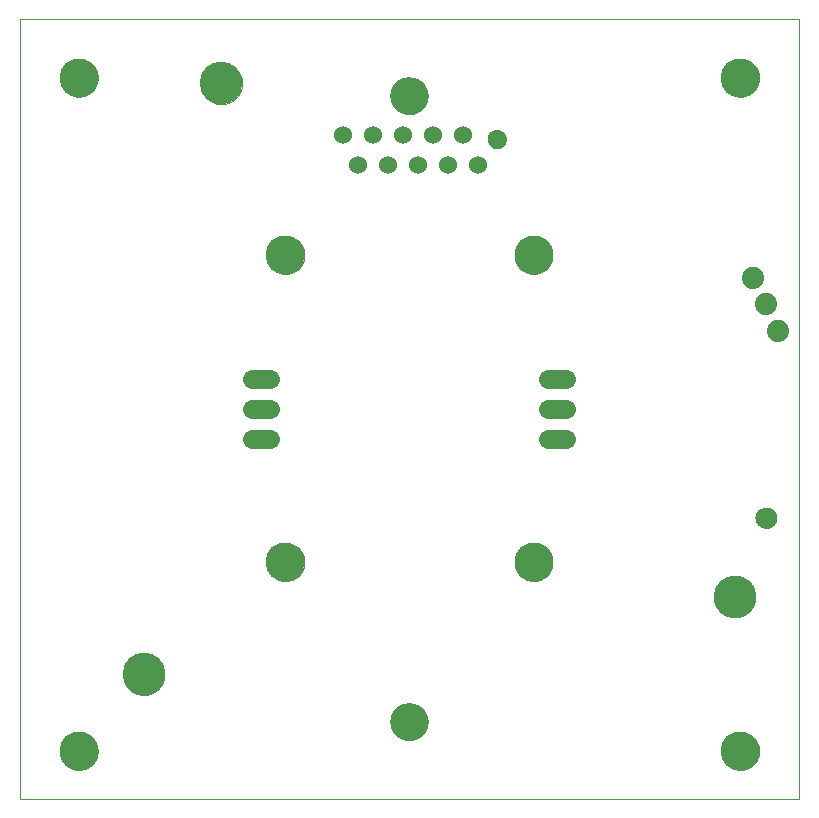
<source format=gts>
G75*
%MOIN*%
%OFA0B0*%
%FSLAX25Y25*%
%IPPOS*%
%LPD*%
%AMOC8*
5,1,8,0,0,1.08239X$1,22.5*
%
%ADD10C,0.00000*%
%ADD11C,0.12998*%
%ADD12C,0.06400*%
%ADD13C,0.12605*%
%ADD14C,0.14180*%
%ADD15C,0.07400*%
%ADD16C,0.07093*%
%ADD17C,0.06000*%
%ADD18C,0.06306*%
D10*
X0001000Y0001000D02*
X0001000Y0260724D01*
X0260921Y0260882D01*
X0260921Y0001000D01*
X0001000Y0001000D01*
X0014465Y0016827D02*
X0014467Y0016985D01*
X0014473Y0017143D01*
X0014483Y0017301D01*
X0014497Y0017459D01*
X0014515Y0017616D01*
X0014536Y0017773D01*
X0014562Y0017929D01*
X0014592Y0018085D01*
X0014625Y0018240D01*
X0014663Y0018393D01*
X0014704Y0018546D01*
X0014749Y0018698D01*
X0014798Y0018849D01*
X0014851Y0018998D01*
X0014907Y0019146D01*
X0014967Y0019292D01*
X0015031Y0019437D01*
X0015099Y0019580D01*
X0015170Y0019722D01*
X0015244Y0019862D01*
X0015322Y0019999D01*
X0015404Y0020135D01*
X0015488Y0020269D01*
X0015577Y0020400D01*
X0015668Y0020529D01*
X0015763Y0020656D01*
X0015860Y0020781D01*
X0015961Y0020903D01*
X0016065Y0021022D01*
X0016172Y0021139D01*
X0016282Y0021253D01*
X0016395Y0021364D01*
X0016510Y0021473D01*
X0016628Y0021578D01*
X0016749Y0021680D01*
X0016872Y0021780D01*
X0016998Y0021876D01*
X0017126Y0021969D01*
X0017256Y0022059D01*
X0017389Y0022145D01*
X0017524Y0022229D01*
X0017660Y0022308D01*
X0017799Y0022385D01*
X0017940Y0022457D01*
X0018082Y0022527D01*
X0018226Y0022592D01*
X0018372Y0022654D01*
X0018519Y0022712D01*
X0018668Y0022767D01*
X0018818Y0022818D01*
X0018969Y0022865D01*
X0019121Y0022908D01*
X0019274Y0022947D01*
X0019429Y0022983D01*
X0019584Y0023014D01*
X0019740Y0023042D01*
X0019896Y0023066D01*
X0020053Y0023086D01*
X0020211Y0023102D01*
X0020368Y0023114D01*
X0020527Y0023122D01*
X0020685Y0023126D01*
X0020843Y0023126D01*
X0021001Y0023122D01*
X0021160Y0023114D01*
X0021317Y0023102D01*
X0021475Y0023086D01*
X0021632Y0023066D01*
X0021788Y0023042D01*
X0021944Y0023014D01*
X0022099Y0022983D01*
X0022254Y0022947D01*
X0022407Y0022908D01*
X0022559Y0022865D01*
X0022710Y0022818D01*
X0022860Y0022767D01*
X0023009Y0022712D01*
X0023156Y0022654D01*
X0023302Y0022592D01*
X0023446Y0022527D01*
X0023588Y0022457D01*
X0023729Y0022385D01*
X0023868Y0022308D01*
X0024004Y0022229D01*
X0024139Y0022145D01*
X0024272Y0022059D01*
X0024402Y0021969D01*
X0024530Y0021876D01*
X0024656Y0021780D01*
X0024779Y0021680D01*
X0024900Y0021578D01*
X0025018Y0021473D01*
X0025133Y0021364D01*
X0025246Y0021253D01*
X0025356Y0021139D01*
X0025463Y0021022D01*
X0025567Y0020903D01*
X0025668Y0020781D01*
X0025765Y0020656D01*
X0025860Y0020529D01*
X0025951Y0020400D01*
X0026040Y0020269D01*
X0026124Y0020135D01*
X0026206Y0019999D01*
X0026284Y0019862D01*
X0026358Y0019722D01*
X0026429Y0019580D01*
X0026497Y0019437D01*
X0026561Y0019292D01*
X0026621Y0019146D01*
X0026677Y0018998D01*
X0026730Y0018849D01*
X0026779Y0018698D01*
X0026824Y0018546D01*
X0026865Y0018393D01*
X0026903Y0018240D01*
X0026936Y0018085D01*
X0026966Y0017929D01*
X0026992Y0017773D01*
X0027013Y0017616D01*
X0027031Y0017459D01*
X0027045Y0017301D01*
X0027055Y0017143D01*
X0027061Y0016985D01*
X0027063Y0016827D01*
X0027061Y0016669D01*
X0027055Y0016511D01*
X0027045Y0016353D01*
X0027031Y0016195D01*
X0027013Y0016038D01*
X0026992Y0015881D01*
X0026966Y0015725D01*
X0026936Y0015569D01*
X0026903Y0015414D01*
X0026865Y0015261D01*
X0026824Y0015108D01*
X0026779Y0014956D01*
X0026730Y0014805D01*
X0026677Y0014656D01*
X0026621Y0014508D01*
X0026561Y0014362D01*
X0026497Y0014217D01*
X0026429Y0014074D01*
X0026358Y0013932D01*
X0026284Y0013792D01*
X0026206Y0013655D01*
X0026124Y0013519D01*
X0026040Y0013385D01*
X0025951Y0013254D01*
X0025860Y0013125D01*
X0025765Y0012998D01*
X0025668Y0012873D01*
X0025567Y0012751D01*
X0025463Y0012632D01*
X0025356Y0012515D01*
X0025246Y0012401D01*
X0025133Y0012290D01*
X0025018Y0012181D01*
X0024900Y0012076D01*
X0024779Y0011974D01*
X0024656Y0011874D01*
X0024530Y0011778D01*
X0024402Y0011685D01*
X0024272Y0011595D01*
X0024139Y0011509D01*
X0024004Y0011425D01*
X0023868Y0011346D01*
X0023729Y0011269D01*
X0023588Y0011197D01*
X0023446Y0011127D01*
X0023302Y0011062D01*
X0023156Y0011000D01*
X0023009Y0010942D01*
X0022860Y0010887D01*
X0022710Y0010836D01*
X0022559Y0010789D01*
X0022407Y0010746D01*
X0022254Y0010707D01*
X0022099Y0010671D01*
X0021944Y0010640D01*
X0021788Y0010612D01*
X0021632Y0010588D01*
X0021475Y0010568D01*
X0021317Y0010552D01*
X0021160Y0010540D01*
X0021001Y0010532D01*
X0020843Y0010528D01*
X0020685Y0010528D01*
X0020527Y0010532D01*
X0020368Y0010540D01*
X0020211Y0010552D01*
X0020053Y0010568D01*
X0019896Y0010588D01*
X0019740Y0010612D01*
X0019584Y0010640D01*
X0019429Y0010671D01*
X0019274Y0010707D01*
X0019121Y0010746D01*
X0018969Y0010789D01*
X0018818Y0010836D01*
X0018668Y0010887D01*
X0018519Y0010942D01*
X0018372Y0011000D01*
X0018226Y0011062D01*
X0018082Y0011127D01*
X0017940Y0011197D01*
X0017799Y0011269D01*
X0017660Y0011346D01*
X0017524Y0011425D01*
X0017389Y0011509D01*
X0017256Y0011595D01*
X0017126Y0011685D01*
X0016998Y0011778D01*
X0016872Y0011874D01*
X0016749Y0011974D01*
X0016628Y0012076D01*
X0016510Y0012181D01*
X0016395Y0012290D01*
X0016282Y0012401D01*
X0016172Y0012515D01*
X0016065Y0012632D01*
X0015961Y0012751D01*
X0015860Y0012873D01*
X0015763Y0012998D01*
X0015668Y0013125D01*
X0015577Y0013254D01*
X0015488Y0013385D01*
X0015404Y0013519D01*
X0015322Y0013655D01*
X0015244Y0013792D01*
X0015170Y0013932D01*
X0015099Y0014074D01*
X0015031Y0014217D01*
X0014967Y0014362D01*
X0014907Y0014508D01*
X0014851Y0014656D01*
X0014798Y0014805D01*
X0014749Y0014956D01*
X0014704Y0015108D01*
X0014663Y0015261D01*
X0014625Y0015414D01*
X0014592Y0015569D01*
X0014562Y0015725D01*
X0014536Y0015881D01*
X0014515Y0016038D01*
X0014497Y0016195D01*
X0014483Y0016353D01*
X0014473Y0016511D01*
X0014467Y0016669D01*
X0014465Y0016827D01*
X0035504Y0042395D02*
X0035506Y0042564D01*
X0035512Y0042733D01*
X0035523Y0042902D01*
X0035537Y0043070D01*
X0035556Y0043238D01*
X0035579Y0043406D01*
X0035605Y0043573D01*
X0035636Y0043739D01*
X0035671Y0043905D01*
X0035710Y0044069D01*
X0035754Y0044233D01*
X0035801Y0044395D01*
X0035852Y0044556D01*
X0035907Y0044716D01*
X0035966Y0044875D01*
X0036028Y0045032D01*
X0036095Y0045187D01*
X0036166Y0045341D01*
X0036240Y0045493D01*
X0036318Y0045643D01*
X0036399Y0045791D01*
X0036484Y0045937D01*
X0036573Y0046081D01*
X0036665Y0046223D01*
X0036761Y0046362D01*
X0036860Y0046499D01*
X0036962Y0046634D01*
X0037068Y0046766D01*
X0037177Y0046895D01*
X0037289Y0047022D01*
X0037404Y0047146D01*
X0037522Y0047267D01*
X0037643Y0047385D01*
X0037767Y0047500D01*
X0037894Y0047612D01*
X0038023Y0047721D01*
X0038155Y0047827D01*
X0038290Y0047929D01*
X0038427Y0048028D01*
X0038566Y0048124D01*
X0038708Y0048216D01*
X0038852Y0048305D01*
X0038998Y0048390D01*
X0039146Y0048471D01*
X0039296Y0048549D01*
X0039448Y0048623D01*
X0039602Y0048694D01*
X0039757Y0048761D01*
X0039914Y0048823D01*
X0040073Y0048882D01*
X0040233Y0048937D01*
X0040394Y0048988D01*
X0040556Y0049035D01*
X0040720Y0049079D01*
X0040884Y0049118D01*
X0041050Y0049153D01*
X0041216Y0049184D01*
X0041383Y0049210D01*
X0041551Y0049233D01*
X0041719Y0049252D01*
X0041887Y0049266D01*
X0042056Y0049277D01*
X0042225Y0049283D01*
X0042394Y0049285D01*
X0042563Y0049283D01*
X0042732Y0049277D01*
X0042901Y0049266D01*
X0043069Y0049252D01*
X0043237Y0049233D01*
X0043405Y0049210D01*
X0043572Y0049184D01*
X0043738Y0049153D01*
X0043904Y0049118D01*
X0044068Y0049079D01*
X0044232Y0049035D01*
X0044394Y0048988D01*
X0044555Y0048937D01*
X0044715Y0048882D01*
X0044874Y0048823D01*
X0045031Y0048761D01*
X0045186Y0048694D01*
X0045340Y0048623D01*
X0045492Y0048549D01*
X0045642Y0048471D01*
X0045790Y0048390D01*
X0045936Y0048305D01*
X0046080Y0048216D01*
X0046222Y0048124D01*
X0046361Y0048028D01*
X0046498Y0047929D01*
X0046633Y0047827D01*
X0046765Y0047721D01*
X0046894Y0047612D01*
X0047021Y0047500D01*
X0047145Y0047385D01*
X0047266Y0047267D01*
X0047384Y0047146D01*
X0047499Y0047022D01*
X0047611Y0046895D01*
X0047720Y0046766D01*
X0047826Y0046634D01*
X0047928Y0046499D01*
X0048027Y0046362D01*
X0048123Y0046223D01*
X0048215Y0046081D01*
X0048304Y0045937D01*
X0048389Y0045791D01*
X0048470Y0045643D01*
X0048548Y0045493D01*
X0048622Y0045341D01*
X0048693Y0045187D01*
X0048760Y0045032D01*
X0048822Y0044875D01*
X0048881Y0044716D01*
X0048936Y0044556D01*
X0048987Y0044395D01*
X0049034Y0044233D01*
X0049078Y0044069D01*
X0049117Y0043905D01*
X0049152Y0043739D01*
X0049183Y0043573D01*
X0049209Y0043406D01*
X0049232Y0043238D01*
X0049251Y0043070D01*
X0049265Y0042902D01*
X0049276Y0042733D01*
X0049282Y0042564D01*
X0049284Y0042395D01*
X0049282Y0042226D01*
X0049276Y0042057D01*
X0049265Y0041888D01*
X0049251Y0041720D01*
X0049232Y0041552D01*
X0049209Y0041384D01*
X0049183Y0041217D01*
X0049152Y0041051D01*
X0049117Y0040885D01*
X0049078Y0040721D01*
X0049034Y0040557D01*
X0048987Y0040395D01*
X0048936Y0040234D01*
X0048881Y0040074D01*
X0048822Y0039915D01*
X0048760Y0039758D01*
X0048693Y0039603D01*
X0048622Y0039449D01*
X0048548Y0039297D01*
X0048470Y0039147D01*
X0048389Y0038999D01*
X0048304Y0038853D01*
X0048215Y0038709D01*
X0048123Y0038567D01*
X0048027Y0038428D01*
X0047928Y0038291D01*
X0047826Y0038156D01*
X0047720Y0038024D01*
X0047611Y0037895D01*
X0047499Y0037768D01*
X0047384Y0037644D01*
X0047266Y0037523D01*
X0047145Y0037405D01*
X0047021Y0037290D01*
X0046894Y0037178D01*
X0046765Y0037069D01*
X0046633Y0036963D01*
X0046498Y0036861D01*
X0046361Y0036762D01*
X0046222Y0036666D01*
X0046080Y0036574D01*
X0045936Y0036485D01*
X0045790Y0036400D01*
X0045642Y0036319D01*
X0045492Y0036241D01*
X0045340Y0036167D01*
X0045186Y0036096D01*
X0045031Y0036029D01*
X0044874Y0035967D01*
X0044715Y0035908D01*
X0044555Y0035853D01*
X0044394Y0035802D01*
X0044232Y0035755D01*
X0044068Y0035711D01*
X0043904Y0035672D01*
X0043738Y0035637D01*
X0043572Y0035606D01*
X0043405Y0035580D01*
X0043237Y0035557D01*
X0043069Y0035538D01*
X0042901Y0035524D01*
X0042732Y0035513D01*
X0042563Y0035507D01*
X0042394Y0035505D01*
X0042225Y0035507D01*
X0042056Y0035513D01*
X0041887Y0035524D01*
X0041719Y0035538D01*
X0041551Y0035557D01*
X0041383Y0035580D01*
X0041216Y0035606D01*
X0041050Y0035637D01*
X0040884Y0035672D01*
X0040720Y0035711D01*
X0040556Y0035755D01*
X0040394Y0035802D01*
X0040233Y0035853D01*
X0040073Y0035908D01*
X0039914Y0035967D01*
X0039757Y0036029D01*
X0039602Y0036096D01*
X0039448Y0036167D01*
X0039296Y0036241D01*
X0039146Y0036319D01*
X0038998Y0036400D01*
X0038852Y0036485D01*
X0038708Y0036574D01*
X0038566Y0036666D01*
X0038427Y0036762D01*
X0038290Y0036861D01*
X0038155Y0036963D01*
X0038023Y0037069D01*
X0037894Y0037178D01*
X0037767Y0037290D01*
X0037643Y0037405D01*
X0037522Y0037523D01*
X0037404Y0037644D01*
X0037289Y0037768D01*
X0037177Y0037895D01*
X0037068Y0038024D01*
X0036962Y0038156D01*
X0036860Y0038291D01*
X0036761Y0038428D01*
X0036665Y0038567D01*
X0036573Y0038709D01*
X0036484Y0038853D01*
X0036399Y0038999D01*
X0036318Y0039147D01*
X0036240Y0039297D01*
X0036166Y0039449D01*
X0036095Y0039603D01*
X0036028Y0039758D01*
X0035966Y0039915D01*
X0035907Y0040074D01*
X0035852Y0040234D01*
X0035801Y0040395D01*
X0035754Y0040557D01*
X0035710Y0040721D01*
X0035671Y0040885D01*
X0035636Y0041051D01*
X0035605Y0041217D01*
X0035579Y0041384D01*
X0035556Y0041552D01*
X0035537Y0041720D01*
X0035523Y0041888D01*
X0035512Y0042057D01*
X0035506Y0042226D01*
X0035504Y0042395D01*
X0083362Y0079819D02*
X0083364Y0079977D01*
X0083370Y0080135D01*
X0083380Y0080293D01*
X0083394Y0080451D01*
X0083412Y0080608D01*
X0083433Y0080765D01*
X0083459Y0080921D01*
X0083489Y0081077D01*
X0083522Y0081232D01*
X0083560Y0081385D01*
X0083601Y0081538D01*
X0083646Y0081690D01*
X0083695Y0081841D01*
X0083748Y0081990D01*
X0083804Y0082138D01*
X0083864Y0082284D01*
X0083928Y0082429D01*
X0083996Y0082572D01*
X0084067Y0082714D01*
X0084141Y0082854D01*
X0084219Y0082991D01*
X0084301Y0083127D01*
X0084385Y0083261D01*
X0084474Y0083392D01*
X0084565Y0083521D01*
X0084660Y0083648D01*
X0084757Y0083773D01*
X0084858Y0083895D01*
X0084962Y0084014D01*
X0085069Y0084131D01*
X0085179Y0084245D01*
X0085292Y0084356D01*
X0085407Y0084465D01*
X0085525Y0084570D01*
X0085646Y0084672D01*
X0085769Y0084772D01*
X0085895Y0084868D01*
X0086023Y0084961D01*
X0086153Y0085051D01*
X0086286Y0085137D01*
X0086421Y0085221D01*
X0086557Y0085300D01*
X0086696Y0085377D01*
X0086837Y0085449D01*
X0086979Y0085519D01*
X0087123Y0085584D01*
X0087269Y0085646D01*
X0087416Y0085704D01*
X0087565Y0085759D01*
X0087715Y0085810D01*
X0087866Y0085857D01*
X0088018Y0085900D01*
X0088171Y0085939D01*
X0088326Y0085975D01*
X0088481Y0086006D01*
X0088637Y0086034D01*
X0088793Y0086058D01*
X0088950Y0086078D01*
X0089108Y0086094D01*
X0089265Y0086106D01*
X0089424Y0086114D01*
X0089582Y0086118D01*
X0089740Y0086118D01*
X0089898Y0086114D01*
X0090057Y0086106D01*
X0090214Y0086094D01*
X0090372Y0086078D01*
X0090529Y0086058D01*
X0090685Y0086034D01*
X0090841Y0086006D01*
X0090996Y0085975D01*
X0091151Y0085939D01*
X0091304Y0085900D01*
X0091456Y0085857D01*
X0091607Y0085810D01*
X0091757Y0085759D01*
X0091906Y0085704D01*
X0092053Y0085646D01*
X0092199Y0085584D01*
X0092343Y0085519D01*
X0092485Y0085449D01*
X0092626Y0085377D01*
X0092765Y0085300D01*
X0092901Y0085221D01*
X0093036Y0085137D01*
X0093169Y0085051D01*
X0093299Y0084961D01*
X0093427Y0084868D01*
X0093553Y0084772D01*
X0093676Y0084672D01*
X0093797Y0084570D01*
X0093915Y0084465D01*
X0094030Y0084356D01*
X0094143Y0084245D01*
X0094253Y0084131D01*
X0094360Y0084014D01*
X0094464Y0083895D01*
X0094565Y0083773D01*
X0094662Y0083648D01*
X0094757Y0083521D01*
X0094848Y0083392D01*
X0094937Y0083261D01*
X0095021Y0083127D01*
X0095103Y0082991D01*
X0095181Y0082854D01*
X0095255Y0082714D01*
X0095326Y0082572D01*
X0095394Y0082429D01*
X0095458Y0082284D01*
X0095518Y0082138D01*
X0095574Y0081990D01*
X0095627Y0081841D01*
X0095676Y0081690D01*
X0095721Y0081538D01*
X0095762Y0081385D01*
X0095800Y0081232D01*
X0095833Y0081077D01*
X0095863Y0080921D01*
X0095889Y0080765D01*
X0095910Y0080608D01*
X0095928Y0080451D01*
X0095942Y0080293D01*
X0095952Y0080135D01*
X0095958Y0079977D01*
X0095960Y0079819D01*
X0095958Y0079661D01*
X0095952Y0079503D01*
X0095942Y0079345D01*
X0095928Y0079187D01*
X0095910Y0079030D01*
X0095889Y0078873D01*
X0095863Y0078717D01*
X0095833Y0078561D01*
X0095800Y0078406D01*
X0095762Y0078253D01*
X0095721Y0078100D01*
X0095676Y0077948D01*
X0095627Y0077797D01*
X0095574Y0077648D01*
X0095518Y0077500D01*
X0095458Y0077354D01*
X0095394Y0077209D01*
X0095326Y0077066D01*
X0095255Y0076924D01*
X0095181Y0076784D01*
X0095103Y0076647D01*
X0095021Y0076511D01*
X0094937Y0076377D01*
X0094848Y0076246D01*
X0094757Y0076117D01*
X0094662Y0075990D01*
X0094565Y0075865D01*
X0094464Y0075743D01*
X0094360Y0075624D01*
X0094253Y0075507D01*
X0094143Y0075393D01*
X0094030Y0075282D01*
X0093915Y0075173D01*
X0093797Y0075068D01*
X0093676Y0074966D01*
X0093553Y0074866D01*
X0093427Y0074770D01*
X0093299Y0074677D01*
X0093169Y0074587D01*
X0093036Y0074501D01*
X0092901Y0074417D01*
X0092765Y0074338D01*
X0092626Y0074261D01*
X0092485Y0074189D01*
X0092343Y0074119D01*
X0092199Y0074054D01*
X0092053Y0073992D01*
X0091906Y0073934D01*
X0091757Y0073879D01*
X0091607Y0073828D01*
X0091456Y0073781D01*
X0091304Y0073738D01*
X0091151Y0073699D01*
X0090996Y0073663D01*
X0090841Y0073632D01*
X0090685Y0073604D01*
X0090529Y0073580D01*
X0090372Y0073560D01*
X0090214Y0073544D01*
X0090057Y0073532D01*
X0089898Y0073524D01*
X0089740Y0073520D01*
X0089582Y0073520D01*
X0089424Y0073524D01*
X0089265Y0073532D01*
X0089108Y0073544D01*
X0088950Y0073560D01*
X0088793Y0073580D01*
X0088637Y0073604D01*
X0088481Y0073632D01*
X0088326Y0073663D01*
X0088171Y0073699D01*
X0088018Y0073738D01*
X0087866Y0073781D01*
X0087715Y0073828D01*
X0087565Y0073879D01*
X0087416Y0073934D01*
X0087269Y0073992D01*
X0087123Y0074054D01*
X0086979Y0074119D01*
X0086837Y0074189D01*
X0086696Y0074261D01*
X0086557Y0074338D01*
X0086421Y0074417D01*
X0086286Y0074501D01*
X0086153Y0074587D01*
X0086023Y0074677D01*
X0085895Y0074770D01*
X0085769Y0074866D01*
X0085646Y0074966D01*
X0085525Y0075068D01*
X0085407Y0075173D01*
X0085292Y0075282D01*
X0085179Y0075393D01*
X0085069Y0075507D01*
X0084962Y0075624D01*
X0084858Y0075743D01*
X0084757Y0075865D01*
X0084660Y0075990D01*
X0084565Y0076117D01*
X0084474Y0076246D01*
X0084385Y0076377D01*
X0084301Y0076511D01*
X0084219Y0076647D01*
X0084141Y0076784D01*
X0084067Y0076924D01*
X0083996Y0077066D01*
X0083928Y0077209D01*
X0083864Y0077354D01*
X0083804Y0077500D01*
X0083748Y0077648D01*
X0083695Y0077797D01*
X0083646Y0077948D01*
X0083601Y0078100D01*
X0083560Y0078253D01*
X0083522Y0078406D01*
X0083489Y0078561D01*
X0083459Y0078717D01*
X0083433Y0078873D01*
X0083412Y0079030D01*
X0083394Y0079187D01*
X0083380Y0079345D01*
X0083370Y0079503D01*
X0083364Y0079661D01*
X0083362Y0079819D01*
X0124820Y0026591D02*
X0124822Y0026747D01*
X0124828Y0026903D01*
X0124838Y0027058D01*
X0124852Y0027213D01*
X0124870Y0027368D01*
X0124892Y0027522D01*
X0124917Y0027676D01*
X0124947Y0027829D01*
X0124981Y0027981D01*
X0125018Y0028133D01*
X0125059Y0028283D01*
X0125104Y0028432D01*
X0125153Y0028580D01*
X0125206Y0028727D01*
X0125262Y0028872D01*
X0125322Y0029016D01*
X0125386Y0029158D01*
X0125454Y0029299D01*
X0125525Y0029437D01*
X0125599Y0029574D01*
X0125677Y0029709D01*
X0125758Y0029842D01*
X0125843Y0029973D01*
X0125931Y0030102D01*
X0126022Y0030228D01*
X0126117Y0030352D01*
X0126214Y0030473D01*
X0126315Y0030592D01*
X0126419Y0030709D01*
X0126525Y0030822D01*
X0126635Y0030933D01*
X0126747Y0031041D01*
X0126862Y0031146D01*
X0126980Y0031249D01*
X0127100Y0031348D01*
X0127223Y0031444D01*
X0127348Y0031537D01*
X0127475Y0031626D01*
X0127605Y0031713D01*
X0127737Y0031796D01*
X0127871Y0031875D01*
X0128007Y0031952D01*
X0128145Y0032024D01*
X0128284Y0032094D01*
X0128426Y0032159D01*
X0128569Y0032221D01*
X0128713Y0032279D01*
X0128859Y0032334D01*
X0129007Y0032385D01*
X0129155Y0032432D01*
X0129305Y0032475D01*
X0129456Y0032514D01*
X0129608Y0032550D01*
X0129760Y0032581D01*
X0129914Y0032609D01*
X0130068Y0032633D01*
X0130222Y0032653D01*
X0130377Y0032669D01*
X0130533Y0032681D01*
X0130688Y0032689D01*
X0130844Y0032693D01*
X0131000Y0032693D01*
X0131156Y0032689D01*
X0131311Y0032681D01*
X0131467Y0032669D01*
X0131622Y0032653D01*
X0131776Y0032633D01*
X0131930Y0032609D01*
X0132084Y0032581D01*
X0132236Y0032550D01*
X0132388Y0032514D01*
X0132539Y0032475D01*
X0132689Y0032432D01*
X0132837Y0032385D01*
X0132985Y0032334D01*
X0133131Y0032279D01*
X0133275Y0032221D01*
X0133418Y0032159D01*
X0133560Y0032094D01*
X0133699Y0032024D01*
X0133837Y0031952D01*
X0133973Y0031875D01*
X0134107Y0031796D01*
X0134239Y0031713D01*
X0134369Y0031626D01*
X0134496Y0031537D01*
X0134621Y0031444D01*
X0134744Y0031348D01*
X0134864Y0031249D01*
X0134982Y0031146D01*
X0135097Y0031041D01*
X0135209Y0030933D01*
X0135319Y0030822D01*
X0135425Y0030709D01*
X0135529Y0030592D01*
X0135630Y0030473D01*
X0135727Y0030352D01*
X0135822Y0030228D01*
X0135913Y0030102D01*
X0136001Y0029973D01*
X0136086Y0029842D01*
X0136167Y0029709D01*
X0136245Y0029574D01*
X0136319Y0029437D01*
X0136390Y0029299D01*
X0136458Y0029158D01*
X0136522Y0029016D01*
X0136582Y0028872D01*
X0136638Y0028727D01*
X0136691Y0028580D01*
X0136740Y0028432D01*
X0136785Y0028283D01*
X0136826Y0028133D01*
X0136863Y0027981D01*
X0136897Y0027829D01*
X0136927Y0027676D01*
X0136952Y0027522D01*
X0136974Y0027368D01*
X0136992Y0027213D01*
X0137006Y0027058D01*
X0137016Y0026903D01*
X0137022Y0026747D01*
X0137024Y0026591D01*
X0137022Y0026435D01*
X0137016Y0026279D01*
X0137006Y0026124D01*
X0136992Y0025969D01*
X0136974Y0025814D01*
X0136952Y0025660D01*
X0136927Y0025506D01*
X0136897Y0025353D01*
X0136863Y0025201D01*
X0136826Y0025049D01*
X0136785Y0024899D01*
X0136740Y0024750D01*
X0136691Y0024602D01*
X0136638Y0024455D01*
X0136582Y0024310D01*
X0136522Y0024166D01*
X0136458Y0024024D01*
X0136390Y0023883D01*
X0136319Y0023745D01*
X0136245Y0023608D01*
X0136167Y0023473D01*
X0136086Y0023340D01*
X0136001Y0023209D01*
X0135913Y0023080D01*
X0135822Y0022954D01*
X0135727Y0022830D01*
X0135630Y0022709D01*
X0135529Y0022590D01*
X0135425Y0022473D01*
X0135319Y0022360D01*
X0135209Y0022249D01*
X0135097Y0022141D01*
X0134982Y0022036D01*
X0134864Y0021933D01*
X0134744Y0021834D01*
X0134621Y0021738D01*
X0134496Y0021645D01*
X0134369Y0021556D01*
X0134239Y0021469D01*
X0134107Y0021386D01*
X0133973Y0021307D01*
X0133837Y0021230D01*
X0133699Y0021158D01*
X0133560Y0021088D01*
X0133418Y0021023D01*
X0133275Y0020961D01*
X0133131Y0020903D01*
X0132985Y0020848D01*
X0132837Y0020797D01*
X0132689Y0020750D01*
X0132539Y0020707D01*
X0132388Y0020668D01*
X0132236Y0020632D01*
X0132084Y0020601D01*
X0131930Y0020573D01*
X0131776Y0020549D01*
X0131622Y0020529D01*
X0131467Y0020513D01*
X0131311Y0020501D01*
X0131156Y0020493D01*
X0131000Y0020489D01*
X0130844Y0020489D01*
X0130688Y0020493D01*
X0130533Y0020501D01*
X0130377Y0020513D01*
X0130222Y0020529D01*
X0130068Y0020549D01*
X0129914Y0020573D01*
X0129760Y0020601D01*
X0129608Y0020632D01*
X0129456Y0020668D01*
X0129305Y0020707D01*
X0129155Y0020750D01*
X0129007Y0020797D01*
X0128859Y0020848D01*
X0128713Y0020903D01*
X0128569Y0020961D01*
X0128426Y0021023D01*
X0128284Y0021088D01*
X0128145Y0021158D01*
X0128007Y0021230D01*
X0127871Y0021307D01*
X0127737Y0021386D01*
X0127605Y0021469D01*
X0127475Y0021556D01*
X0127348Y0021645D01*
X0127223Y0021738D01*
X0127100Y0021834D01*
X0126980Y0021933D01*
X0126862Y0022036D01*
X0126747Y0022141D01*
X0126635Y0022249D01*
X0126525Y0022360D01*
X0126419Y0022473D01*
X0126315Y0022590D01*
X0126214Y0022709D01*
X0126117Y0022830D01*
X0126022Y0022954D01*
X0125931Y0023080D01*
X0125843Y0023209D01*
X0125758Y0023340D01*
X0125677Y0023473D01*
X0125599Y0023608D01*
X0125525Y0023745D01*
X0125454Y0023883D01*
X0125386Y0024024D01*
X0125322Y0024166D01*
X0125262Y0024310D01*
X0125206Y0024455D01*
X0125153Y0024602D01*
X0125104Y0024750D01*
X0125059Y0024899D01*
X0125018Y0025049D01*
X0124981Y0025201D01*
X0124947Y0025353D01*
X0124917Y0025506D01*
X0124892Y0025660D01*
X0124870Y0025814D01*
X0124852Y0025969D01*
X0124838Y0026124D01*
X0124828Y0026279D01*
X0124822Y0026435D01*
X0124820Y0026591D01*
X0166040Y0079819D02*
X0166042Y0079977D01*
X0166048Y0080135D01*
X0166058Y0080293D01*
X0166072Y0080451D01*
X0166090Y0080608D01*
X0166111Y0080765D01*
X0166137Y0080921D01*
X0166167Y0081077D01*
X0166200Y0081232D01*
X0166238Y0081385D01*
X0166279Y0081538D01*
X0166324Y0081690D01*
X0166373Y0081841D01*
X0166426Y0081990D01*
X0166482Y0082138D01*
X0166542Y0082284D01*
X0166606Y0082429D01*
X0166674Y0082572D01*
X0166745Y0082714D01*
X0166819Y0082854D01*
X0166897Y0082991D01*
X0166979Y0083127D01*
X0167063Y0083261D01*
X0167152Y0083392D01*
X0167243Y0083521D01*
X0167338Y0083648D01*
X0167435Y0083773D01*
X0167536Y0083895D01*
X0167640Y0084014D01*
X0167747Y0084131D01*
X0167857Y0084245D01*
X0167970Y0084356D01*
X0168085Y0084465D01*
X0168203Y0084570D01*
X0168324Y0084672D01*
X0168447Y0084772D01*
X0168573Y0084868D01*
X0168701Y0084961D01*
X0168831Y0085051D01*
X0168964Y0085137D01*
X0169099Y0085221D01*
X0169235Y0085300D01*
X0169374Y0085377D01*
X0169515Y0085449D01*
X0169657Y0085519D01*
X0169801Y0085584D01*
X0169947Y0085646D01*
X0170094Y0085704D01*
X0170243Y0085759D01*
X0170393Y0085810D01*
X0170544Y0085857D01*
X0170696Y0085900D01*
X0170849Y0085939D01*
X0171004Y0085975D01*
X0171159Y0086006D01*
X0171315Y0086034D01*
X0171471Y0086058D01*
X0171628Y0086078D01*
X0171786Y0086094D01*
X0171943Y0086106D01*
X0172102Y0086114D01*
X0172260Y0086118D01*
X0172418Y0086118D01*
X0172576Y0086114D01*
X0172735Y0086106D01*
X0172892Y0086094D01*
X0173050Y0086078D01*
X0173207Y0086058D01*
X0173363Y0086034D01*
X0173519Y0086006D01*
X0173674Y0085975D01*
X0173829Y0085939D01*
X0173982Y0085900D01*
X0174134Y0085857D01*
X0174285Y0085810D01*
X0174435Y0085759D01*
X0174584Y0085704D01*
X0174731Y0085646D01*
X0174877Y0085584D01*
X0175021Y0085519D01*
X0175163Y0085449D01*
X0175304Y0085377D01*
X0175443Y0085300D01*
X0175579Y0085221D01*
X0175714Y0085137D01*
X0175847Y0085051D01*
X0175977Y0084961D01*
X0176105Y0084868D01*
X0176231Y0084772D01*
X0176354Y0084672D01*
X0176475Y0084570D01*
X0176593Y0084465D01*
X0176708Y0084356D01*
X0176821Y0084245D01*
X0176931Y0084131D01*
X0177038Y0084014D01*
X0177142Y0083895D01*
X0177243Y0083773D01*
X0177340Y0083648D01*
X0177435Y0083521D01*
X0177526Y0083392D01*
X0177615Y0083261D01*
X0177699Y0083127D01*
X0177781Y0082991D01*
X0177859Y0082854D01*
X0177933Y0082714D01*
X0178004Y0082572D01*
X0178072Y0082429D01*
X0178136Y0082284D01*
X0178196Y0082138D01*
X0178252Y0081990D01*
X0178305Y0081841D01*
X0178354Y0081690D01*
X0178399Y0081538D01*
X0178440Y0081385D01*
X0178478Y0081232D01*
X0178511Y0081077D01*
X0178541Y0080921D01*
X0178567Y0080765D01*
X0178588Y0080608D01*
X0178606Y0080451D01*
X0178620Y0080293D01*
X0178630Y0080135D01*
X0178636Y0079977D01*
X0178638Y0079819D01*
X0178636Y0079661D01*
X0178630Y0079503D01*
X0178620Y0079345D01*
X0178606Y0079187D01*
X0178588Y0079030D01*
X0178567Y0078873D01*
X0178541Y0078717D01*
X0178511Y0078561D01*
X0178478Y0078406D01*
X0178440Y0078253D01*
X0178399Y0078100D01*
X0178354Y0077948D01*
X0178305Y0077797D01*
X0178252Y0077648D01*
X0178196Y0077500D01*
X0178136Y0077354D01*
X0178072Y0077209D01*
X0178004Y0077066D01*
X0177933Y0076924D01*
X0177859Y0076784D01*
X0177781Y0076647D01*
X0177699Y0076511D01*
X0177615Y0076377D01*
X0177526Y0076246D01*
X0177435Y0076117D01*
X0177340Y0075990D01*
X0177243Y0075865D01*
X0177142Y0075743D01*
X0177038Y0075624D01*
X0176931Y0075507D01*
X0176821Y0075393D01*
X0176708Y0075282D01*
X0176593Y0075173D01*
X0176475Y0075068D01*
X0176354Y0074966D01*
X0176231Y0074866D01*
X0176105Y0074770D01*
X0175977Y0074677D01*
X0175847Y0074587D01*
X0175714Y0074501D01*
X0175579Y0074417D01*
X0175443Y0074338D01*
X0175304Y0074261D01*
X0175163Y0074189D01*
X0175021Y0074119D01*
X0174877Y0074054D01*
X0174731Y0073992D01*
X0174584Y0073934D01*
X0174435Y0073879D01*
X0174285Y0073828D01*
X0174134Y0073781D01*
X0173982Y0073738D01*
X0173829Y0073699D01*
X0173674Y0073663D01*
X0173519Y0073632D01*
X0173363Y0073604D01*
X0173207Y0073580D01*
X0173050Y0073560D01*
X0172892Y0073544D01*
X0172735Y0073532D01*
X0172576Y0073524D01*
X0172418Y0073520D01*
X0172260Y0073520D01*
X0172102Y0073524D01*
X0171943Y0073532D01*
X0171786Y0073544D01*
X0171628Y0073560D01*
X0171471Y0073580D01*
X0171315Y0073604D01*
X0171159Y0073632D01*
X0171004Y0073663D01*
X0170849Y0073699D01*
X0170696Y0073738D01*
X0170544Y0073781D01*
X0170393Y0073828D01*
X0170243Y0073879D01*
X0170094Y0073934D01*
X0169947Y0073992D01*
X0169801Y0074054D01*
X0169657Y0074119D01*
X0169515Y0074189D01*
X0169374Y0074261D01*
X0169235Y0074338D01*
X0169099Y0074417D01*
X0168964Y0074501D01*
X0168831Y0074587D01*
X0168701Y0074677D01*
X0168573Y0074770D01*
X0168447Y0074866D01*
X0168324Y0074966D01*
X0168203Y0075068D01*
X0168085Y0075173D01*
X0167970Y0075282D01*
X0167857Y0075393D01*
X0167747Y0075507D01*
X0167640Y0075624D01*
X0167536Y0075743D01*
X0167435Y0075865D01*
X0167338Y0075990D01*
X0167243Y0076117D01*
X0167152Y0076246D01*
X0167063Y0076377D01*
X0166979Y0076511D01*
X0166897Y0076647D01*
X0166819Y0076784D01*
X0166745Y0076924D01*
X0166674Y0077066D01*
X0166606Y0077209D01*
X0166542Y0077354D01*
X0166482Y0077500D01*
X0166426Y0077648D01*
X0166373Y0077797D01*
X0166324Y0077948D01*
X0166279Y0078100D01*
X0166238Y0078253D01*
X0166200Y0078406D01*
X0166167Y0078561D01*
X0166137Y0078717D01*
X0166111Y0078873D01*
X0166090Y0079030D01*
X0166072Y0079187D01*
X0166058Y0079345D01*
X0166048Y0079503D01*
X0166042Y0079661D01*
X0166040Y0079819D01*
X0232457Y0068324D02*
X0232459Y0068493D01*
X0232465Y0068662D01*
X0232476Y0068831D01*
X0232490Y0068999D01*
X0232509Y0069167D01*
X0232532Y0069335D01*
X0232558Y0069502D01*
X0232589Y0069668D01*
X0232624Y0069834D01*
X0232663Y0069998D01*
X0232707Y0070162D01*
X0232754Y0070324D01*
X0232805Y0070485D01*
X0232860Y0070645D01*
X0232919Y0070804D01*
X0232981Y0070961D01*
X0233048Y0071116D01*
X0233119Y0071270D01*
X0233193Y0071422D01*
X0233271Y0071572D01*
X0233352Y0071720D01*
X0233437Y0071866D01*
X0233526Y0072010D01*
X0233618Y0072152D01*
X0233714Y0072291D01*
X0233813Y0072428D01*
X0233915Y0072563D01*
X0234021Y0072695D01*
X0234130Y0072824D01*
X0234242Y0072951D01*
X0234357Y0073075D01*
X0234475Y0073196D01*
X0234596Y0073314D01*
X0234720Y0073429D01*
X0234847Y0073541D01*
X0234976Y0073650D01*
X0235108Y0073756D01*
X0235243Y0073858D01*
X0235380Y0073957D01*
X0235519Y0074053D01*
X0235661Y0074145D01*
X0235805Y0074234D01*
X0235951Y0074319D01*
X0236099Y0074400D01*
X0236249Y0074478D01*
X0236401Y0074552D01*
X0236555Y0074623D01*
X0236710Y0074690D01*
X0236867Y0074752D01*
X0237026Y0074811D01*
X0237186Y0074866D01*
X0237347Y0074917D01*
X0237509Y0074964D01*
X0237673Y0075008D01*
X0237837Y0075047D01*
X0238003Y0075082D01*
X0238169Y0075113D01*
X0238336Y0075139D01*
X0238504Y0075162D01*
X0238672Y0075181D01*
X0238840Y0075195D01*
X0239009Y0075206D01*
X0239178Y0075212D01*
X0239347Y0075214D01*
X0239516Y0075212D01*
X0239685Y0075206D01*
X0239854Y0075195D01*
X0240022Y0075181D01*
X0240190Y0075162D01*
X0240358Y0075139D01*
X0240525Y0075113D01*
X0240691Y0075082D01*
X0240857Y0075047D01*
X0241021Y0075008D01*
X0241185Y0074964D01*
X0241347Y0074917D01*
X0241508Y0074866D01*
X0241668Y0074811D01*
X0241827Y0074752D01*
X0241984Y0074690D01*
X0242139Y0074623D01*
X0242293Y0074552D01*
X0242445Y0074478D01*
X0242595Y0074400D01*
X0242743Y0074319D01*
X0242889Y0074234D01*
X0243033Y0074145D01*
X0243175Y0074053D01*
X0243314Y0073957D01*
X0243451Y0073858D01*
X0243586Y0073756D01*
X0243718Y0073650D01*
X0243847Y0073541D01*
X0243974Y0073429D01*
X0244098Y0073314D01*
X0244219Y0073196D01*
X0244337Y0073075D01*
X0244452Y0072951D01*
X0244564Y0072824D01*
X0244673Y0072695D01*
X0244779Y0072563D01*
X0244881Y0072428D01*
X0244980Y0072291D01*
X0245076Y0072152D01*
X0245168Y0072010D01*
X0245257Y0071866D01*
X0245342Y0071720D01*
X0245423Y0071572D01*
X0245501Y0071422D01*
X0245575Y0071270D01*
X0245646Y0071116D01*
X0245713Y0070961D01*
X0245775Y0070804D01*
X0245834Y0070645D01*
X0245889Y0070485D01*
X0245940Y0070324D01*
X0245987Y0070162D01*
X0246031Y0069998D01*
X0246070Y0069834D01*
X0246105Y0069668D01*
X0246136Y0069502D01*
X0246162Y0069335D01*
X0246185Y0069167D01*
X0246204Y0068999D01*
X0246218Y0068831D01*
X0246229Y0068662D01*
X0246235Y0068493D01*
X0246237Y0068324D01*
X0246235Y0068155D01*
X0246229Y0067986D01*
X0246218Y0067817D01*
X0246204Y0067649D01*
X0246185Y0067481D01*
X0246162Y0067313D01*
X0246136Y0067146D01*
X0246105Y0066980D01*
X0246070Y0066814D01*
X0246031Y0066650D01*
X0245987Y0066486D01*
X0245940Y0066324D01*
X0245889Y0066163D01*
X0245834Y0066003D01*
X0245775Y0065844D01*
X0245713Y0065687D01*
X0245646Y0065532D01*
X0245575Y0065378D01*
X0245501Y0065226D01*
X0245423Y0065076D01*
X0245342Y0064928D01*
X0245257Y0064782D01*
X0245168Y0064638D01*
X0245076Y0064496D01*
X0244980Y0064357D01*
X0244881Y0064220D01*
X0244779Y0064085D01*
X0244673Y0063953D01*
X0244564Y0063824D01*
X0244452Y0063697D01*
X0244337Y0063573D01*
X0244219Y0063452D01*
X0244098Y0063334D01*
X0243974Y0063219D01*
X0243847Y0063107D01*
X0243718Y0062998D01*
X0243586Y0062892D01*
X0243451Y0062790D01*
X0243314Y0062691D01*
X0243175Y0062595D01*
X0243033Y0062503D01*
X0242889Y0062414D01*
X0242743Y0062329D01*
X0242595Y0062248D01*
X0242445Y0062170D01*
X0242293Y0062096D01*
X0242139Y0062025D01*
X0241984Y0061958D01*
X0241827Y0061896D01*
X0241668Y0061837D01*
X0241508Y0061782D01*
X0241347Y0061731D01*
X0241185Y0061684D01*
X0241021Y0061640D01*
X0240857Y0061601D01*
X0240691Y0061566D01*
X0240525Y0061535D01*
X0240358Y0061509D01*
X0240190Y0061486D01*
X0240022Y0061467D01*
X0239854Y0061453D01*
X0239685Y0061442D01*
X0239516Y0061436D01*
X0239347Y0061434D01*
X0239178Y0061436D01*
X0239009Y0061442D01*
X0238840Y0061453D01*
X0238672Y0061467D01*
X0238504Y0061486D01*
X0238336Y0061509D01*
X0238169Y0061535D01*
X0238003Y0061566D01*
X0237837Y0061601D01*
X0237673Y0061640D01*
X0237509Y0061684D01*
X0237347Y0061731D01*
X0237186Y0061782D01*
X0237026Y0061837D01*
X0236867Y0061896D01*
X0236710Y0061958D01*
X0236555Y0062025D01*
X0236401Y0062096D01*
X0236249Y0062170D01*
X0236099Y0062248D01*
X0235951Y0062329D01*
X0235805Y0062414D01*
X0235661Y0062503D01*
X0235519Y0062595D01*
X0235380Y0062691D01*
X0235243Y0062790D01*
X0235108Y0062892D01*
X0234976Y0062998D01*
X0234847Y0063107D01*
X0234720Y0063219D01*
X0234596Y0063334D01*
X0234475Y0063452D01*
X0234357Y0063573D01*
X0234242Y0063697D01*
X0234130Y0063824D01*
X0234021Y0063953D01*
X0233915Y0064085D01*
X0233813Y0064220D01*
X0233714Y0064357D01*
X0233618Y0064496D01*
X0233526Y0064638D01*
X0233437Y0064782D01*
X0233352Y0064928D01*
X0233271Y0065076D01*
X0233193Y0065226D01*
X0233119Y0065378D01*
X0233048Y0065532D01*
X0232981Y0065687D01*
X0232919Y0065844D01*
X0232860Y0066003D01*
X0232805Y0066163D01*
X0232754Y0066324D01*
X0232707Y0066486D01*
X0232663Y0066650D01*
X0232624Y0066814D01*
X0232589Y0066980D01*
X0232558Y0067146D01*
X0232532Y0067313D01*
X0232509Y0067481D01*
X0232490Y0067649D01*
X0232476Y0067817D01*
X0232465Y0067986D01*
X0232459Y0068155D01*
X0232457Y0068324D01*
X0246548Y0094548D02*
X0246550Y0094663D01*
X0246556Y0094779D01*
X0246566Y0094894D01*
X0246580Y0095009D01*
X0246598Y0095123D01*
X0246620Y0095236D01*
X0246645Y0095349D01*
X0246675Y0095460D01*
X0246708Y0095571D01*
X0246745Y0095680D01*
X0246786Y0095788D01*
X0246831Y0095895D01*
X0246879Y0096000D01*
X0246931Y0096103D01*
X0246987Y0096204D01*
X0247046Y0096304D01*
X0247108Y0096401D01*
X0247174Y0096496D01*
X0247242Y0096589D01*
X0247314Y0096679D01*
X0247389Y0096767D01*
X0247468Y0096852D01*
X0247549Y0096934D01*
X0247632Y0097014D01*
X0247719Y0097090D01*
X0247808Y0097164D01*
X0247899Y0097234D01*
X0247993Y0097302D01*
X0248089Y0097366D01*
X0248188Y0097426D01*
X0248288Y0097483D01*
X0248390Y0097537D01*
X0248494Y0097587D01*
X0248600Y0097634D01*
X0248707Y0097677D01*
X0248816Y0097716D01*
X0248926Y0097751D01*
X0249037Y0097782D01*
X0249149Y0097810D01*
X0249262Y0097834D01*
X0249376Y0097854D01*
X0249491Y0097870D01*
X0249606Y0097882D01*
X0249721Y0097890D01*
X0249836Y0097894D01*
X0249952Y0097894D01*
X0250067Y0097890D01*
X0250182Y0097882D01*
X0250297Y0097870D01*
X0250412Y0097854D01*
X0250526Y0097834D01*
X0250639Y0097810D01*
X0250751Y0097782D01*
X0250862Y0097751D01*
X0250972Y0097716D01*
X0251081Y0097677D01*
X0251188Y0097634D01*
X0251294Y0097587D01*
X0251398Y0097537D01*
X0251500Y0097483D01*
X0251600Y0097426D01*
X0251699Y0097366D01*
X0251795Y0097302D01*
X0251889Y0097234D01*
X0251980Y0097164D01*
X0252069Y0097090D01*
X0252156Y0097014D01*
X0252239Y0096934D01*
X0252320Y0096852D01*
X0252399Y0096767D01*
X0252474Y0096679D01*
X0252546Y0096589D01*
X0252614Y0096496D01*
X0252680Y0096401D01*
X0252742Y0096304D01*
X0252801Y0096204D01*
X0252857Y0096103D01*
X0252909Y0096000D01*
X0252957Y0095895D01*
X0253002Y0095788D01*
X0253043Y0095680D01*
X0253080Y0095571D01*
X0253113Y0095460D01*
X0253143Y0095349D01*
X0253168Y0095236D01*
X0253190Y0095123D01*
X0253208Y0095009D01*
X0253222Y0094894D01*
X0253232Y0094779D01*
X0253238Y0094663D01*
X0253240Y0094548D01*
X0253238Y0094433D01*
X0253232Y0094317D01*
X0253222Y0094202D01*
X0253208Y0094087D01*
X0253190Y0093973D01*
X0253168Y0093860D01*
X0253143Y0093747D01*
X0253113Y0093636D01*
X0253080Y0093525D01*
X0253043Y0093416D01*
X0253002Y0093308D01*
X0252957Y0093201D01*
X0252909Y0093096D01*
X0252857Y0092993D01*
X0252801Y0092892D01*
X0252742Y0092792D01*
X0252680Y0092695D01*
X0252614Y0092600D01*
X0252546Y0092507D01*
X0252474Y0092417D01*
X0252399Y0092329D01*
X0252320Y0092244D01*
X0252239Y0092162D01*
X0252156Y0092082D01*
X0252069Y0092006D01*
X0251980Y0091932D01*
X0251889Y0091862D01*
X0251795Y0091794D01*
X0251699Y0091730D01*
X0251600Y0091670D01*
X0251500Y0091613D01*
X0251398Y0091559D01*
X0251294Y0091509D01*
X0251188Y0091462D01*
X0251081Y0091419D01*
X0250972Y0091380D01*
X0250862Y0091345D01*
X0250751Y0091314D01*
X0250639Y0091286D01*
X0250526Y0091262D01*
X0250412Y0091242D01*
X0250297Y0091226D01*
X0250182Y0091214D01*
X0250067Y0091206D01*
X0249952Y0091202D01*
X0249836Y0091202D01*
X0249721Y0091206D01*
X0249606Y0091214D01*
X0249491Y0091226D01*
X0249376Y0091242D01*
X0249262Y0091262D01*
X0249149Y0091286D01*
X0249037Y0091314D01*
X0248926Y0091345D01*
X0248816Y0091380D01*
X0248707Y0091419D01*
X0248600Y0091462D01*
X0248494Y0091509D01*
X0248390Y0091559D01*
X0248288Y0091613D01*
X0248188Y0091670D01*
X0248089Y0091730D01*
X0247993Y0091794D01*
X0247899Y0091862D01*
X0247808Y0091932D01*
X0247719Y0092006D01*
X0247632Y0092082D01*
X0247549Y0092162D01*
X0247468Y0092244D01*
X0247389Y0092329D01*
X0247314Y0092417D01*
X0247242Y0092507D01*
X0247174Y0092600D01*
X0247108Y0092695D01*
X0247046Y0092792D01*
X0246987Y0092892D01*
X0246931Y0092993D01*
X0246879Y0093096D01*
X0246831Y0093201D01*
X0246786Y0093308D01*
X0246745Y0093416D01*
X0246708Y0093525D01*
X0246675Y0093636D01*
X0246645Y0093747D01*
X0246620Y0093860D01*
X0246598Y0093973D01*
X0246580Y0094087D01*
X0246566Y0094202D01*
X0246556Y0094317D01*
X0246550Y0094433D01*
X0246548Y0094548D01*
X0234937Y0016827D02*
X0234939Y0016985D01*
X0234945Y0017143D01*
X0234955Y0017301D01*
X0234969Y0017459D01*
X0234987Y0017616D01*
X0235008Y0017773D01*
X0235034Y0017929D01*
X0235064Y0018085D01*
X0235097Y0018240D01*
X0235135Y0018393D01*
X0235176Y0018546D01*
X0235221Y0018698D01*
X0235270Y0018849D01*
X0235323Y0018998D01*
X0235379Y0019146D01*
X0235439Y0019292D01*
X0235503Y0019437D01*
X0235571Y0019580D01*
X0235642Y0019722D01*
X0235716Y0019862D01*
X0235794Y0019999D01*
X0235876Y0020135D01*
X0235960Y0020269D01*
X0236049Y0020400D01*
X0236140Y0020529D01*
X0236235Y0020656D01*
X0236332Y0020781D01*
X0236433Y0020903D01*
X0236537Y0021022D01*
X0236644Y0021139D01*
X0236754Y0021253D01*
X0236867Y0021364D01*
X0236982Y0021473D01*
X0237100Y0021578D01*
X0237221Y0021680D01*
X0237344Y0021780D01*
X0237470Y0021876D01*
X0237598Y0021969D01*
X0237728Y0022059D01*
X0237861Y0022145D01*
X0237996Y0022229D01*
X0238132Y0022308D01*
X0238271Y0022385D01*
X0238412Y0022457D01*
X0238554Y0022527D01*
X0238698Y0022592D01*
X0238844Y0022654D01*
X0238991Y0022712D01*
X0239140Y0022767D01*
X0239290Y0022818D01*
X0239441Y0022865D01*
X0239593Y0022908D01*
X0239746Y0022947D01*
X0239901Y0022983D01*
X0240056Y0023014D01*
X0240212Y0023042D01*
X0240368Y0023066D01*
X0240525Y0023086D01*
X0240683Y0023102D01*
X0240840Y0023114D01*
X0240999Y0023122D01*
X0241157Y0023126D01*
X0241315Y0023126D01*
X0241473Y0023122D01*
X0241632Y0023114D01*
X0241789Y0023102D01*
X0241947Y0023086D01*
X0242104Y0023066D01*
X0242260Y0023042D01*
X0242416Y0023014D01*
X0242571Y0022983D01*
X0242726Y0022947D01*
X0242879Y0022908D01*
X0243031Y0022865D01*
X0243182Y0022818D01*
X0243332Y0022767D01*
X0243481Y0022712D01*
X0243628Y0022654D01*
X0243774Y0022592D01*
X0243918Y0022527D01*
X0244060Y0022457D01*
X0244201Y0022385D01*
X0244340Y0022308D01*
X0244476Y0022229D01*
X0244611Y0022145D01*
X0244744Y0022059D01*
X0244874Y0021969D01*
X0245002Y0021876D01*
X0245128Y0021780D01*
X0245251Y0021680D01*
X0245372Y0021578D01*
X0245490Y0021473D01*
X0245605Y0021364D01*
X0245718Y0021253D01*
X0245828Y0021139D01*
X0245935Y0021022D01*
X0246039Y0020903D01*
X0246140Y0020781D01*
X0246237Y0020656D01*
X0246332Y0020529D01*
X0246423Y0020400D01*
X0246512Y0020269D01*
X0246596Y0020135D01*
X0246678Y0019999D01*
X0246756Y0019862D01*
X0246830Y0019722D01*
X0246901Y0019580D01*
X0246969Y0019437D01*
X0247033Y0019292D01*
X0247093Y0019146D01*
X0247149Y0018998D01*
X0247202Y0018849D01*
X0247251Y0018698D01*
X0247296Y0018546D01*
X0247337Y0018393D01*
X0247375Y0018240D01*
X0247408Y0018085D01*
X0247438Y0017929D01*
X0247464Y0017773D01*
X0247485Y0017616D01*
X0247503Y0017459D01*
X0247517Y0017301D01*
X0247527Y0017143D01*
X0247533Y0016985D01*
X0247535Y0016827D01*
X0247533Y0016669D01*
X0247527Y0016511D01*
X0247517Y0016353D01*
X0247503Y0016195D01*
X0247485Y0016038D01*
X0247464Y0015881D01*
X0247438Y0015725D01*
X0247408Y0015569D01*
X0247375Y0015414D01*
X0247337Y0015261D01*
X0247296Y0015108D01*
X0247251Y0014956D01*
X0247202Y0014805D01*
X0247149Y0014656D01*
X0247093Y0014508D01*
X0247033Y0014362D01*
X0246969Y0014217D01*
X0246901Y0014074D01*
X0246830Y0013932D01*
X0246756Y0013792D01*
X0246678Y0013655D01*
X0246596Y0013519D01*
X0246512Y0013385D01*
X0246423Y0013254D01*
X0246332Y0013125D01*
X0246237Y0012998D01*
X0246140Y0012873D01*
X0246039Y0012751D01*
X0245935Y0012632D01*
X0245828Y0012515D01*
X0245718Y0012401D01*
X0245605Y0012290D01*
X0245490Y0012181D01*
X0245372Y0012076D01*
X0245251Y0011974D01*
X0245128Y0011874D01*
X0245002Y0011778D01*
X0244874Y0011685D01*
X0244744Y0011595D01*
X0244611Y0011509D01*
X0244476Y0011425D01*
X0244340Y0011346D01*
X0244201Y0011269D01*
X0244060Y0011197D01*
X0243918Y0011127D01*
X0243774Y0011062D01*
X0243628Y0011000D01*
X0243481Y0010942D01*
X0243332Y0010887D01*
X0243182Y0010836D01*
X0243031Y0010789D01*
X0242879Y0010746D01*
X0242726Y0010707D01*
X0242571Y0010671D01*
X0242416Y0010640D01*
X0242260Y0010612D01*
X0242104Y0010588D01*
X0241947Y0010568D01*
X0241789Y0010552D01*
X0241632Y0010540D01*
X0241473Y0010532D01*
X0241315Y0010528D01*
X0241157Y0010528D01*
X0240999Y0010532D01*
X0240840Y0010540D01*
X0240683Y0010552D01*
X0240525Y0010568D01*
X0240368Y0010588D01*
X0240212Y0010612D01*
X0240056Y0010640D01*
X0239901Y0010671D01*
X0239746Y0010707D01*
X0239593Y0010746D01*
X0239441Y0010789D01*
X0239290Y0010836D01*
X0239140Y0010887D01*
X0238991Y0010942D01*
X0238844Y0011000D01*
X0238698Y0011062D01*
X0238554Y0011127D01*
X0238412Y0011197D01*
X0238271Y0011269D01*
X0238132Y0011346D01*
X0237996Y0011425D01*
X0237861Y0011509D01*
X0237728Y0011595D01*
X0237598Y0011685D01*
X0237470Y0011778D01*
X0237344Y0011874D01*
X0237221Y0011974D01*
X0237100Y0012076D01*
X0236982Y0012181D01*
X0236867Y0012290D01*
X0236754Y0012401D01*
X0236644Y0012515D01*
X0236537Y0012632D01*
X0236433Y0012751D01*
X0236332Y0012873D01*
X0236235Y0012998D01*
X0236140Y0013125D01*
X0236049Y0013254D01*
X0235960Y0013385D01*
X0235876Y0013519D01*
X0235794Y0013655D01*
X0235716Y0013792D01*
X0235642Y0013932D01*
X0235571Y0014074D01*
X0235503Y0014217D01*
X0235439Y0014362D01*
X0235379Y0014508D01*
X0235323Y0014656D01*
X0235270Y0014805D01*
X0235221Y0014956D01*
X0235176Y0015108D01*
X0235135Y0015261D01*
X0235097Y0015414D01*
X0235064Y0015569D01*
X0235034Y0015725D01*
X0235008Y0015881D01*
X0234987Y0016038D01*
X0234969Y0016195D01*
X0234955Y0016353D01*
X0234945Y0016511D01*
X0234939Y0016669D01*
X0234937Y0016827D01*
X0166040Y0182181D02*
X0166042Y0182339D01*
X0166048Y0182497D01*
X0166058Y0182655D01*
X0166072Y0182813D01*
X0166090Y0182970D01*
X0166111Y0183127D01*
X0166137Y0183283D01*
X0166167Y0183439D01*
X0166200Y0183594D01*
X0166238Y0183747D01*
X0166279Y0183900D01*
X0166324Y0184052D01*
X0166373Y0184203D01*
X0166426Y0184352D01*
X0166482Y0184500D01*
X0166542Y0184646D01*
X0166606Y0184791D01*
X0166674Y0184934D01*
X0166745Y0185076D01*
X0166819Y0185216D01*
X0166897Y0185353D01*
X0166979Y0185489D01*
X0167063Y0185623D01*
X0167152Y0185754D01*
X0167243Y0185883D01*
X0167338Y0186010D01*
X0167435Y0186135D01*
X0167536Y0186257D01*
X0167640Y0186376D01*
X0167747Y0186493D01*
X0167857Y0186607D01*
X0167970Y0186718D01*
X0168085Y0186827D01*
X0168203Y0186932D01*
X0168324Y0187034D01*
X0168447Y0187134D01*
X0168573Y0187230D01*
X0168701Y0187323D01*
X0168831Y0187413D01*
X0168964Y0187499D01*
X0169099Y0187583D01*
X0169235Y0187662D01*
X0169374Y0187739D01*
X0169515Y0187811D01*
X0169657Y0187881D01*
X0169801Y0187946D01*
X0169947Y0188008D01*
X0170094Y0188066D01*
X0170243Y0188121D01*
X0170393Y0188172D01*
X0170544Y0188219D01*
X0170696Y0188262D01*
X0170849Y0188301D01*
X0171004Y0188337D01*
X0171159Y0188368D01*
X0171315Y0188396D01*
X0171471Y0188420D01*
X0171628Y0188440D01*
X0171786Y0188456D01*
X0171943Y0188468D01*
X0172102Y0188476D01*
X0172260Y0188480D01*
X0172418Y0188480D01*
X0172576Y0188476D01*
X0172735Y0188468D01*
X0172892Y0188456D01*
X0173050Y0188440D01*
X0173207Y0188420D01*
X0173363Y0188396D01*
X0173519Y0188368D01*
X0173674Y0188337D01*
X0173829Y0188301D01*
X0173982Y0188262D01*
X0174134Y0188219D01*
X0174285Y0188172D01*
X0174435Y0188121D01*
X0174584Y0188066D01*
X0174731Y0188008D01*
X0174877Y0187946D01*
X0175021Y0187881D01*
X0175163Y0187811D01*
X0175304Y0187739D01*
X0175443Y0187662D01*
X0175579Y0187583D01*
X0175714Y0187499D01*
X0175847Y0187413D01*
X0175977Y0187323D01*
X0176105Y0187230D01*
X0176231Y0187134D01*
X0176354Y0187034D01*
X0176475Y0186932D01*
X0176593Y0186827D01*
X0176708Y0186718D01*
X0176821Y0186607D01*
X0176931Y0186493D01*
X0177038Y0186376D01*
X0177142Y0186257D01*
X0177243Y0186135D01*
X0177340Y0186010D01*
X0177435Y0185883D01*
X0177526Y0185754D01*
X0177615Y0185623D01*
X0177699Y0185489D01*
X0177781Y0185353D01*
X0177859Y0185216D01*
X0177933Y0185076D01*
X0178004Y0184934D01*
X0178072Y0184791D01*
X0178136Y0184646D01*
X0178196Y0184500D01*
X0178252Y0184352D01*
X0178305Y0184203D01*
X0178354Y0184052D01*
X0178399Y0183900D01*
X0178440Y0183747D01*
X0178478Y0183594D01*
X0178511Y0183439D01*
X0178541Y0183283D01*
X0178567Y0183127D01*
X0178588Y0182970D01*
X0178606Y0182813D01*
X0178620Y0182655D01*
X0178630Y0182497D01*
X0178636Y0182339D01*
X0178638Y0182181D01*
X0178636Y0182023D01*
X0178630Y0181865D01*
X0178620Y0181707D01*
X0178606Y0181549D01*
X0178588Y0181392D01*
X0178567Y0181235D01*
X0178541Y0181079D01*
X0178511Y0180923D01*
X0178478Y0180768D01*
X0178440Y0180615D01*
X0178399Y0180462D01*
X0178354Y0180310D01*
X0178305Y0180159D01*
X0178252Y0180010D01*
X0178196Y0179862D01*
X0178136Y0179716D01*
X0178072Y0179571D01*
X0178004Y0179428D01*
X0177933Y0179286D01*
X0177859Y0179146D01*
X0177781Y0179009D01*
X0177699Y0178873D01*
X0177615Y0178739D01*
X0177526Y0178608D01*
X0177435Y0178479D01*
X0177340Y0178352D01*
X0177243Y0178227D01*
X0177142Y0178105D01*
X0177038Y0177986D01*
X0176931Y0177869D01*
X0176821Y0177755D01*
X0176708Y0177644D01*
X0176593Y0177535D01*
X0176475Y0177430D01*
X0176354Y0177328D01*
X0176231Y0177228D01*
X0176105Y0177132D01*
X0175977Y0177039D01*
X0175847Y0176949D01*
X0175714Y0176863D01*
X0175579Y0176779D01*
X0175443Y0176700D01*
X0175304Y0176623D01*
X0175163Y0176551D01*
X0175021Y0176481D01*
X0174877Y0176416D01*
X0174731Y0176354D01*
X0174584Y0176296D01*
X0174435Y0176241D01*
X0174285Y0176190D01*
X0174134Y0176143D01*
X0173982Y0176100D01*
X0173829Y0176061D01*
X0173674Y0176025D01*
X0173519Y0175994D01*
X0173363Y0175966D01*
X0173207Y0175942D01*
X0173050Y0175922D01*
X0172892Y0175906D01*
X0172735Y0175894D01*
X0172576Y0175886D01*
X0172418Y0175882D01*
X0172260Y0175882D01*
X0172102Y0175886D01*
X0171943Y0175894D01*
X0171786Y0175906D01*
X0171628Y0175922D01*
X0171471Y0175942D01*
X0171315Y0175966D01*
X0171159Y0175994D01*
X0171004Y0176025D01*
X0170849Y0176061D01*
X0170696Y0176100D01*
X0170544Y0176143D01*
X0170393Y0176190D01*
X0170243Y0176241D01*
X0170094Y0176296D01*
X0169947Y0176354D01*
X0169801Y0176416D01*
X0169657Y0176481D01*
X0169515Y0176551D01*
X0169374Y0176623D01*
X0169235Y0176700D01*
X0169099Y0176779D01*
X0168964Y0176863D01*
X0168831Y0176949D01*
X0168701Y0177039D01*
X0168573Y0177132D01*
X0168447Y0177228D01*
X0168324Y0177328D01*
X0168203Y0177430D01*
X0168085Y0177535D01*
X0167970Y0177644D01*
X0167857Y0177755D01*
X0167747Y0177869D01*
X0167640Y0177986D01*
X0167536Y0178105D01*
X0167435Y0178227D01*
X0167338Y0178352D01*
X0167243Y0178479D01*
X0167152Y0178608D01*
X0167063Y0178739D01*
X0166979Y0178873D01*
X0166897Y0179009D01*
X0166819Y0179146D01*
X0166745Y0179286D01*
X0166674Y0179428D01*
X0166606Y0179571D01*
X0166542Y0179716D01*
X0166482Y0179862D01*
X0166426Y0180010D01*
X0166373Y0180159D01*
X0166324Y0180310D01*
X0166279Y0180462D01*
X0166238Y0180615D01*
X0166200Y0180768D01*
X0166167Y0180923D01*
X0166137Y0181079D01*
X0166111Y0181235D01*
X0166090Y0181392D01*
X0166072Y0181549D01*
X0166058Y0181707D01*
X0166048Y0181865D01*
X0166042Y0182023D01*
X0166040Y0182181D01*
X0157181Y0220705D02*
X0157183Y0220813D01*
X0157189Y0220922D01*
X0157199Y0221030D01*
X0157213Y0221137D01*
X0157231Y0221244D01*
X0157252Y0221351D01*
X0157278Y0221456D01*
X0157308Y0221561D01*
X0157341Y0221664D01*
X0157378Y0221766D01*
X0157419Y0221866D01*
X0157463Y0221965D01*
X0157512Y0222063D01*
X0157563Y0222158D01*
X0157618Y0222251D01*
X0157677Y0222343D01*
X0157739Y0222432D01*
X0157804Y0222519D01*
X0157872Y0222603D01*
X0157943Y0222685D01*
X0158017Y0222764D01*
X0158094Y0222840D01*
X0158174Y0222914D01*
X0158257Y0222984D01*
X0158342Y0223052D01*
X0158429Y0223116D01*
X0158519Y0223177D01*
X0158611Y0223235D01*
X0158705Y0223289D01*
X0158801Y0223340D01*
X0158898Y0223387D01*
X0158998Y0223431D01*
X0159099Y0223471D01*
X0159201Y0223507D01*
X0159304Y0223539D01*
X0159409Y0223568D01*
X0159515Y0223592D01*
X0159621Y0223613D01*
X0159728Y0223630D01*
X0159836Y0223643D01*
X0159944Y0223652D01*
X0160053Y0223657D01*
X0160161Y0223658D01*
X0160270Y0223655D01*
X0160378Y0223648D01*
X0160486Y0223637D01*
X0160593Y0223622D01*
X0160700Y0223603D01*
X0160806Y0223580D01*
X0160911Y0223554D01*
X0161016Y0223523D01*
X0161118Y0223489D01*
X0161220Y0223451D01*
X0161320Y0223409D01*
X0161419Y0223364D01*
X0161516Y0223315D01*
X0161610Y0223262D01*
X0161703Y0223206D01*
X0161794Y0223147D01*
X0161883Y0223084D01*
X0161969Y0223019D01*
X0162053Y0222950D01*
X0162134Y0222878D01*
X0162212Y0222803D01*
X0162288Y0222725D01*
X0162361Y0222644D01*
X0162431Y0222561D01*
X0162497Y0222476D01*
X0162561Y0222388D01*
X0162621Y0222297D01*
X0162678Y0222205D01*
X0162731Y0222110D01*
X0162781Y0222014D01*
X0162827Y0221916D01*
X0162870Y0221816D01*
X0162909Y0221715D01*
X0162944Y0221612D01*
X0162976Y0221509D01*
X0163003Y0221404D01*
X0163027Y0221298D01*
X0163047Y0221191D01*
X0163063Y0221084D01*
X0163075Y0220976D01*
X0163083Y0220868D01*
X0163087Y0220759D01*
X0163087Y0220651D01*
X0163083Y0220542D01*
X0163075Y0220434D01*
X0163063Y0220326D01*
X0163047Y0220219D01*
X0163027Y0220112D01*
X0163003Y0220006D01*
X0162976Y0219901D01*
X0162944Y0219798D01*
X0162909Y0219695D01*
X0162870Y0219594D01*
X0162827Y0219494D01*
X0162781Y0219396D01*
X0162731Y0219300D01*
X0162678Y0219205D01*
X0162621Y0219113D01*
X0162561Y0219022D01*
X0162497Y0218934D01*
X0162431Y0218849D01*
X0162361Y0218766D01*
X0162288Y0218685D01*
X0162212Y0218607D01*
X0162134Y0218532D01*
X0162053Y0218460D01*
X0161969Y0218391D01*
X0161883Y0218326D01*
X0161794Y0218263D01*
X0161703Y0218204D01*
X0161611Y0218148D01*
X0161516Y0218095D01*
X0161419Y0218046D01*
X0161320Y0218001D01*
X0161220Y0217959D01*
X0161118Y0217921D01*
X0161016Y0217887D01*
X0160911Y0217856D01*
X0160806Y0217830D01*
X0160700Y0217807D01*
X0160593Y0217788D01*
X0160486Y0217773D01*
X0160378Y0217762D01*
X0160270Y0217755D01*
X0160161Y0217752D01*
X0160053Y0217753D01*
X0159944Y0217758D01*
X0159836Y0217767D01*
X0159728Y0217780D01*
X0159621Y0217797D01*
X0159515Y0217818D01*
X0159409Y0217842D01*
X0159304Y0217871D01*
X0159201Y0217903D01*
X0159099Y0217939D01*
X0158998Y0217979D01*
X0158898Y0218023D01*
X0158801Y0218070D01*
X0158705Y0218121D01*
X0158611Y0218175D01*
X0158519Y0218233D01*
X0158429Y0218294D01*
X0158342Y0218358D01*
X0158257Y0218426D01*
X0158174Y0218496D01*
X0158094Y0218570D01*
X0158017Y0218646D01*
X0157943Y0218725D01*
X0157872Y0218807D01*
X0157804Y0218891D01*
X0157739Y0218978D01*
X0157677Y0219067D01*
X0157618Y0219159D01*
X0157563Y0219252D01*
X0157512Y0219347D01*
X0157463Y0219445D01*
X0157419Y0219544D01*
X0157378Y0219644D01*
X0157341Y0219746D01*
X0157308Y0219849D01*
X0157278Y0219954D01*
X0157252Y0220059D01*
X0157231Y0220166D01*
X0157213Y0220273D01*
X0157199Y0220380D01*
X0157189Y0220488D01*
X0157183Y0220597D01*
X0157181Y0220705D01*
X0124820Y0235253D02*
X0124822Y0235409D01*
X0124828Y0235565D01*
X0124838Y0235720D01*
X0124852Y0235875D01*
X0124870Y0236030D01*
X0124892Y0236184D01*
X0124917Y0236338D01*
X0124947Y0236491D01*
X0124981Y0236643D01*
X0125018Y0236795D01*
X0125059Y0236945D01*
X0125104Y0237094D01*
X0125153Y0237242D01*
X0125206Y0237389D01*
X0125262Y0237534D01*
X0125322Y0237678D01*
X0125386Y0237820D01*
X0125454Y0237961D01*
X0125525Y0238099D01*
X0125599Y0238236D01*
X0125677Y0238371D01*
X0125758Y0238504D01*
X0125843Y0238635D01*
X0125931Y0238764D01*
X0126022Y0238890D01*
X0126117Y0239014D01*
X0126214Y0239135D01*
X0126315Y0239254D01*
X0126419Y0239371D01*
X0126525Y0239484D01*
X0126635Y0239595D01*
X0126747Y0239703D01*
X0126862Y0239808D01*
X0126980Y0239911D01*
X0127100Y0240010D01*
X0127223Y0240106D01*
X0127348Y0240199D01*
X0127475Y0240288D01*
X0127605Y0240375D01*
X0127737Y0240458D01*
X0127871Y0240537D01*
X0128007Y0240614D01*
X0128145Y0240686D01*
X0128284Y0240756D01*
X0128426Y0240821D01*
X0128569Y0240883D01*
X0128713Y0240941D01*
X0128859Y0240996D01*
X0129007Y0241047D01*
X0129155Y0241094D01*
X0129305Y0241137D01*
X0129456Y0241176D01*
X0129608Y0241212D01*
X0129760Y0241243D01*
X0129914Y0241271D01*
X0130068Y0241295D01*
X0130222Y0241315D01*
X0130377Y0241331D01*
X0130533Y0241343D01*
X0130688Y0241351D01*
X0130844Y0241355D01*
X0131000Y0241355D01*
X0131156Y0241351D01*
X0131311Y0241343D01*
X0131467Y0241331D01*
X0131622Y0241315D01*
X0131776Y0241295D01*
X0131930Y0241271D01*
X0132084Y0241243D01*
X0132236Y0241212D01*
X0132388Y0241176D01*
X0132539Y0241137D01*
X0132689Y0241094D01*
X0132837Y0241047D01*
X0132985Y0240996D01*
X0133131Y0240941D01*
X0133275Y0240883D01*
X0133418Y0240821D01*
X0133560Y0240756D01*
X0133699Y0240686D01*
X0133837Y0240614D01*
X0133973Y0240537D01*
X0134107Y0240458D01*
X0134239Y0240375D01*
X0134369Y0240288D01*
X0134496Y0240199D01*
X0134621Y0240106D01*
X0134744Y0240010D01*
X0134864Y0239911D01*
X0134982Y0239808D01*
X0135097Y0239703D01*
X0135209Y0239595D01*
X0135319Y0239484D01*
X0135425Y0239371D01*
X0135529Y0239254D01*
X0135630Y0239135D01*
X0135727Y0239014D01*
X0135822Y0238890D01*
X0135913Y0238764D01*
X0136001Y0238635D01*
X0136086Y0238504D01*
X0136167Y0238371D01*
X0136245Y0238236D01*
X0136319Y0238099D01*
X0136390Y0237961D01*
X0136458Y0237820D01*
X0136522Y0237678D01*
X0136582Y0237534D01*
X0136638Y0237389D01*
X0136691Y0237242D01*
X0136740Y0237094D01*
X0136785Y0236945D01*
X0136826Y0236795D01*
X0136863Y0236643D01*
X0136897Y0236491D01*
X0136927Y0236338D01*
X0136952Y0236184D01*
X0136974Y0236030D01*
X0136992Y0235875D01*
X0137006Y0235720D01*
X0137016Y0235565D01*
X0137022Y0235409D01*
X0137024Y0235253D01*
X0137022Y0235097D01*
X0137016Y0234941D01*
X0137006Y0234786D01*
X0136992Y0234631D01*
X0136974Y0234476D01*
X0136952Y0234322D01*
X0136927Y0234168D01*
X0136897Y0234015D01*
X0136863Y0233863D01*
X0136826Y0233711D01*
X0136785Y0233561D01*
X0136740Y0233412D01*
X0136691Y0233264D01*
X0136638Y0233117D01*
X0136582Y0232972D01*
X0136522Y0232828D01*
X0136458Y0232686D01*
X0136390Y0232545D01*
X0136319Y0232407D01*
X0136245Y0232270D01*
X0136167Y0232135D01*
X0136086Y0232002D01*
X0136001Y0231871D01*
X0135913Y0231742D01*
X0135822Y0231616D01*
X0135727Y0231492D01*
X0135630Y0231371D01*
X0135529Y0231252D01*
X0135425Y0231135D01*
X0135319Y0231022D01*
X0135209Y0230911D01*
X0135097Y0230803D01*
X0134982Y0230698D01*
X0134864Y0230595D01*
X0134744Y0230496D01*
X0134621Y0230400D01*
X0134496Y0230307D01*
X0134369Y0230218D01*
X0134239Y0230131D01*
X0134107Y0230048D01*
X0133973Y0229969D01*
X0133837Y0229892D01*
X0133699Y0229820D01*
X0133560Y0229750D01*
X0133418Y0229685D01*
X0133275Y0229623D01*
X0133131Y0229565D01*
X0132985Y0229510D01*
X0132837Y0229459D01*
X0132689Y0229412D01*
X0132539Y0229369D01*
X0132388Y0229330D01*
X0132236Y0229294D01*
X0132084Y0229263D01*
X0131930Y0229235D01*
X0131776Y0229211D01*
X0131622Y0229191D01*
X0131467Y0229175D01*
X0131311Y0229163D01*
X0131156Y0229155D01*
X0131000Y0229151D01*
X0130844Y0229151D01*
X0130688Y0229155D01*
X0130533Y0229163D01*
X0130377Y0229175D01*
X0130222Y0229191D01*
X0130068Y0229211D01*
X0129914Y0229235D01*
X0129760Y0229263D01*
X0129608Y0229294D01*
X0129456Y0229330D01*
X0129305Y0229369D01*
X0129155Y0229412D01*
X0129007Y0229459D01*
X0128859Y0229510D01*
X0128713Y0229565D01*
X0128569Y0229623D01*
X0128426Y0229685D01*
X0128284Y0229750D01*
X0128145Y0229820D01*
X0128007Y0229892D01*
X0127871Y0229969D01*
X0127737Y0230048D01*
X0127605Y0230131D01*
X0127475Y0230218D01*
X0127348Y0230307D01*
X0127223Y0230400D01*
X0127100Y0230496D01*
X0126980Y0230595D01*
X0126862Y0230698D01*
X0126747Y0230803D01*
X0126635Y0230911D01*
X0126525Y0231022D01*
X0126419Y0231135D01*
X0126315Y0231252D01*
X0126214Y0231371D01*
X0126117Y0231492D01*
X0126022Y0231616D01*
X0125931Y0231742D01*
X0125843Y0231871D01*
X0125758Y0232002D01*
X0125677Y0232135D01*
X0125599Y0232270D01*
X0125525Y0232407D01*
X0125454Y0232545D01*
X0125386Y0232686D01*
X0125322Y0232828D01*
X0125262Y0232972D01*
X0125206Y0233117D01*
X0125153Y0233264D01*
X0125104Y0233412D01*
X0125059Y0233561D01*
X0125018Y0233711D01*
X0124981Y0233863D01*
X0124947Y0234015D01*
X0124917Y0234168D01*
X0124892Y0234322D01*
X0124870Y0234476D01*
X0124852Y0234631D01*
X0124838Y0234786D01*
X0124828Y0234941D01*
X0124822Y0235097D01*
X0124820Y0235253D01*
X0083362Y0182181D02*
X0083364Y0182339D01*
X0083370Y0182497D01*
X0083380Y0182655D01*
X0083394Y0182813D01*
X0083412Y0182970D01*
X0083433Y0183127D01*
X0083459Y0183283D01*
X0083489Y0183439D01*
X0083522Y0183594D01*
X0083560Y0183747D01*
X0083601Y0183900D01*
X0083646Y0184052D01*
X0083695Y0184203D01*
X0083748Y0184352D01*
X0083804Y0184500D01*
X0083864Y0184646D01*
X0083928Y0184791D01*
X0083996Y0184934D01*
X0084067Y0185076D01*
X0084141Y0185216D01*
X0084219Y0185353D01*
X0084301Y0185489D01*
X0084385Y0185623D01*
X0084474Y0185754D01*
X0084565Y0185883D01*
X0084660Y0186010D01*
X0084757Y0186135D01*
X0084858Y0186257D01*
X0084962Y0186376D01*
X0085069Y0186493D01*
X0085179Y0186607D01*
X0085292Y0186718D01*
X0085407Y0186827D01*
X0085525Y0186932D01*
X0085646Y0187034D01*
X0085769Y0187134D01*
X0085895Y0187230D01*
X0086023Y0187323D01*
X0086153Y0187413D01*
X0086286Y0187499D01*
X0086421Y0187583D01*
X0086557Y0187662D01*
X0086696Y0187739D01*
X0086837Y0187811D01*
X0086979Y0187881D01*
X0087123Y0187946D01*
X0087269Y0188008D01*
X0087416Y0188066D01*
X0087565Y0188121D01*
X0087715Y0188172D01*
X0087866Y0188219D01*
X0088018Y0188262D01*
X0088171Y0188301D01*
X0088326Y0188337D01*
X0088481Y0188368D01*
X0088637Y0188396D01*
X0088793Y0188420D01*
X0088950Y0188440D01*
X0089108Y0188456D01*
X0089265Y0188468D01*
X0089424Y0188476D01*
X0089582Y0188480D01*
X0089740Y0188480D01*
X0089898Y0188476D01*
X0090057Y0188468D01*
X0090214Y0188456D01*
X0090372Y0188440D01*
X0090529Y0188420D01*
X0090685Y0188396D01*
X0090841Y0188368D01*
X0090996Y0188337D01*
X0091151Y0188301D01*
X0091304Y0188262D01*
X0091456Y0188219D01*
X0091607Y0188172D01*
X0091757Y0188121D01*
X0091906Y0188066D01*
X0092053Y0188008D01*
X0092199Y0187946D01*
X0092343Y0187881D01*
X0092485Y0187811D01*
X0092626Y0187739D01*
X0092765Y0187662D01*
X0092901Y0187583D01*
X0093036Y0187499D01*
X0093169Y0187413D01*
X0093299Y0187323D01*
X0093427Y0187230D01*
X0093553Y0187134D01*
X0093676Y0187034D01*
X0093797Y0186932D01*
X0093915Y0186827D01*
X0094030Y0186718D01*
X0094143Y0186607D01*
X0094253Y0186493D01*
X0094360Y0186376D01*
X0094464Y0186257D01*
X0094565Y0186135D01*
X0094662Y0186010D01*
X0094757Y0185883D01*
X0094848Y0185754D01*
X0094937Y0185623D01*
X0095021Y0185489D01*
X0095103Y0185353D01*
X0095181Y0185216D01*
X0095255Y0185076D01*
X0095326Y0184934D01*
X0095394Y0184791D01*
X0095458Y0184646D01*
X0095518Y0184500D01*
X0095574Y0184352D01*
X0095627Y0184203D01*
X0095676Y0184052D01*
X0095721Y0183900D01*
X0095762Y0183747D01*
X0095800Y0183594D01*
X0095833Y0183439D01*
X0095863Y0183283D01*
X0095889Y0183127D01*
X0095910Y0182970D01*
X0095928Y0182813D01*
X0095942Y0182655D01*
X0095952Y0182497D01*
X0095958Y0182339D01*
X0095960Y0182181D01*
X0095958Y0182023D01*
X0095952Y0181865D01*
X0095942Y0181707D01*
X0095928Y0181549D01*
X0095910Y0181392D01*
X0095889Y0181235D01*
X0095863Y0181079D01*
X0095833Y0180923D01*
X0095800Y0180768D01*
X0095762Y0180615D01*
X0095721Y0180462D01*
X0095676Y0180310D01*
X0095627Y0180159D01*
X0095574Y0180010D01*
X0095518Y0179862D01*
X0095458Y0179716D01*
X0095394Y0179571D01*
X0095326Y0179428D01*
X0095255Y0179286D01*
X0095181Y0179146D01*
X0095103Y0179009D01*
X0095021Y0178873D01*
X0094937Y0178739D01*
X0094848Y0178608D01*
X0094757Y0178479D01*
X0094662Y0178352D01*
X0094565Y0178227D01*
X0094464Y0178105D01*
X0094360Y0177986D01*
X0094253Y0177869D01*
X0094143Y0177755D01*
X0094030Y0177644D01*
X0093915Y0177535D01*
X0093797Y0177430D01*
X0093676Y0177328D01*
X0093553Y0177228D01*
X0093427Y0177132D01*
X0093299Y0177039D01*
X0093169Y0176949D01*
X0093036Y0176863D01*
X0092901Y0176779D01*
X0092765Y0176700D01*
X0092626Y0176623D01*
X0092485Y0176551D01*
X0092343Y0176481D01*
X0092199Y0176416D01*
X0092053Y0176354D01*
X0091906Y0176296D01*
X0091757Y0176241D01*
X0091607Y0176190D01*
X0091456Y0176143D01*
X0091304Y0176100D01*
X0091151Y0176061D01*
X0090996Y0176025D01*
X0090841Y0175994D01*
X0090685Y0175966D01*
X0090529Y0175942D01*
X0090372Y0175922D01*
X0090214Y0175906D01*
X0090057Y0175894D01*
X0089898Y0175886D01*
X0089740Y0175882D01*
X0089582Y0175882D01*
X0089424Y0175886D01*
X0089265Y0175894D01*
X0089108Y0175906D01*
X0088950Y0175922D01*
X0088793Y0175942D01*
X0088637Y0175966D01*
X0088481Y0175994D01*
X0088326Y0176025D01*
X0088171Y0176061D01*
X0088018Y0176100D01*
X0087866Y0176143D01*
X0087715Y0176190D01*
X0087565Y0176241D01*
X0087416Y0176296D01*
X0087269Y0176354D01*
X0087123Y0176416D01*
X0086979Y0176481D01*
X0086837Y0176551D01*
X0086696Y0176623D01*
X0086557Y0176700D01*
X0086421Y0176779D01*
X0086286Y0176863D01*
X0086153Y0176949D01*
X0086023Y0177039D01*
X0085895Y0177132D01*
X0085769Y0177228D01*
X0085646Y0177328D01*
X0085525Y0177430D01*
X0085407Y0177535D01*
X0085292Y0177644D01*
X0085179Y0177755D01*
X0085069Y0177869D01*
X0084962Y0177986D01*
X0084858Y0178105D01*
X0084757Y0178227D01*
X0084660Y0178352D01*
X0084565Y0178479D01*
X0084474Y0178608D01*
X0084385Y0178739D01*
X0084301Y0178873D01*
X0084219Y0179009D01*
X0084141Y0179146D01*
X0084067Y0179286D01*
X0083996Y0179428D01*
X0083928Y0179571D01*
X0083864Y0179716D01*
X0083804Y0179862D01*
X0083748Y0180010D01*
X0083695Y0180159D01*
X0083646Y0180310D01*
X0083601Y0180462D01*
X0083560Y0180615D01*
X0083522Y0180768D01*
X0083489Y0180923D01*
X0083459Y0181079D01*
X0083433Y0181235D01*
X0083412Y0181392D01*
X0083394Y0181549D01*
X0083380Y0181707D01*
X0083370Y0181865D01*
X0083364Y0182023D01*
X0083362Y0182181D01*
X0061433Y0239347D02*
X0061435Y0239516D01*
X0061441Y0239685D01*
X0061452Y0239854D01*
X0061466Y0240022D01*
X0061485Y0240190D01*
X0061508Y0240358D01*
X0061534Y0240525D01*
X0061565Y0240691D01*
X0061600Y0240857D01*
X0061639Y0241021D01*
X0061683Y0241185D01*
X0061730Y0241347D01*
X0061781Y0241508D01*
X0061836Y0241668D01*
X0061895Y0241827D01*
X0061957Y0241984D01*
X0062024Y0242139D01*
X0062095Y0242293D01*
X0062169Y0242445D01*
X0062247Y0242595D01*
X0062328Y0242743D01*
X0062413Y0242889D01*
X0062502Y0243033D01*
X0062594Y0243175D01*
X0062690Y0243314D01*
X0062789Y0243451D01*
X0062891Y0243586D01*
X0062997Y0243718D01*
X0063106Y0243847D01*
X0063218Y0243974D01*
X0063333Y0244098D01*
X0063451Y0244219D01*
X0063572Y0244337D01*
X0063696Y0244452D01*
X0063823Y0244564D01*
X0063952Y0244673D01*
X0064084Y0244779D01*
X0064219Y0244881D01*
X0064356Y0244980D01*
X0064495Y0245076D01*
X0064637Y0245168D01*
X0064781Y0245257D01*
X0064927Y0245342D01*
X0065075Y0245423D01*
X0065225Y0245501D01*
X0065377Y0245575D01*
X0065531Y0245646D01*
X0065686Y0245713D01*
X0065843Y0245775D01*
X0066002Y0245834D01*
X0066162Y0245889D01*
X0066323Y0245940D01*
X0066485Y0245987D01*
X0066649Y0246031D01*
X0066813Y0246070D01*
X0066979Y0246105D01*
X0067145Y0246136D01*
X0067312Y0246162D01*
X0067480Y0246185D01*
X0067648Y0246204D01*
X0067816Y0246218D01*
X0067985Y0246229D01*
X0068154Y0246235D01*
X0068323Y0246237D01*
X0068492Y0246235D01*
X0068661Y0246229D01*
X0068830Y0246218D01*
X0068998Y0246204D01*
X0069166Y0246185D01*
X0069334Y0246162D01*
X0069501Y0246136D01*
X0069667Y0246105D01*
X0069833Y0246070D01*
X0069997Y0246031D01*
X0070161Y0245987D01*
X0070323Y0245940D01*
X0070484Y0245889D01*
X0070644Y0245834D01*
X0070803Y0245775D01*
X0070960Y0245713D01*
X0071115Y0245646D01*
X0071269Y0245575D01*
X0071421Y0245501D01*
X0071571Y0245423D01*
X0071719Y0245342D01*
X0071865Y0245257D01*
X0072009Y0245168D01*
X0072151Y0245076D01*
X0072290Y0244980D01*
X0072427Y0244881D01*
X0072562Y0244779D01*
X0072694Y0244673D01*
X0072823Y0244564D01*
X0072950Y0244452D01*
X0073074Y0244337D01*
X0073195Y0244219D01*
X0073313Y0244098D01*
X0073428Y0243974D01*
X0073540Y0243847D01*
X0073649Y0243718D01*
X0073755Y0243586D01*
X0073857Y0243451D01*
X0073956Y0243314D01*
X0074052Y0243175D01*
X0074144Y0243033D01*
X0074233Y0242889D01*
X0074318Y0242743D01*
X0074399Y0242595D01*
X0074477Y0242445D01*
X0074551Y0242293D01*
X0074622Y0242139D01*
X0074689Y0241984D01*
X0074751Y0241827D01*
X0074810Y0241668D01*
X0074865Y0241508D01*
X0074916Y0241347D01*
X0074963Y0241185D01*
X0075007Y0241021D01*
X0075046Y0240857D01*
X0075081Y0240691D01*
X0075112Y0240525D01*
X0075138Y0240358D01*
X0075161Y0240190D01*
X0075180Y0240022D01*
X0075194Y0239854D01*
X0075205Y0239685D01*
X0075211Y0239516D01*
X0075213Y0239347D01*
X0075211Y0239178D01*
X0075205Y0239009D01*
X0075194Y0238840D01*
X0075180Y0238672D01*
X0075161Y0238504D01*
X0075138Y0238336D01*
X0075112Y0238169D01*
X0075081Y0238003D01*
X0075046Y0237837D01*
X0075007Y0237673D01*
X0074963Y0237509D01*
X0074916Y0237347D01*
X0074865Y0237186D01*
X0074810Y0237026D01*
X0074751Y0236867D01*
X0074689Y0236710D01*
X0074622Y0236555D01*
X0074551Y0236401D01*
X0074477Y0236249D01*
X0074399Y0236099D01*
X0074318Y0235951D01*
X0074233Y0235805D01*
X0074144Y0235661D01*
X0074052Y0235519D01*
X0073956Y0235380D01*
X0073857Y0235243D01*
X0073755Y0235108D01*
X0073649Y0234976D01*
X0073540Y0234847D01*
X0073428Y0234720D01*
X0073313Y0234596D01*
X0073195Y0234475D01*
X0073074Y0234357D01*
X0072950Y0234242D01*
X0072823Y0234130D01*
X0072694Y0234021D01*
X0072562Y0233915D01*
X0072427Y0233813D01*
X0072290Y0233714D01*
X0072151Y0233618D01*
X0072009Y0233526D01*
X0071865Y0233437D01*
X0071719Y0233352D01*
X0071571Y0233271D01*
X0071421Y0233193D01*
X0071269Y0233119D01*
X0071115Y0233048D01*
X0070960Y0232981D01*
X0070803Y0232919D01*
X0070644Y0232860D01*
X0070484Y0232805D01*
X0070323Y0232754D01*
X0070161Y0232707D01*
X0069997Y0232663D01*
X0069833Y0232624D01*
X0069667Y0232589D01*
X0069501Y0232558D01*
X0069334Y0232532D01*
X0069166Y0232509D01*
X0068998Y0232490D01*
X0068830Y0232476D01*
X0068661Y0232465D01*
X0068492Y0232459D01*
X0068323Y0232457D01*
X0068154Y0232459D01*
X0067985Y0232465D01*
X0067816Y0232476D01*
X0067648Y0232490D01*
X0067480Y0232509D01*
X0067312Y0232532D01*
X0067145Y0232558D01*
X0066979Y0232589D01*
X0066813Y0232624D01*
X0066649Y0232663D01*
X0066485Y0232707D01*
X0066323Y0232754D01*
X0066162Y0232805D01*
X0066002Y0232860D01*
X0065843Y0232919D01*
X0065686Y0232981D01*
X0065531Y0233048D01*
X0065377Y0233119D01*
X0065225Y0233193D01*
X0065075Y0233271D01*
X0064927Y0233352D01*
X0064781Y0233437D01*
X0064637Y0233526D01*
X0064495Y0233618D01*
X0064356Y0233714D01*
X0064219Y0233813D01*
X0064084Y0233915D01*
X0063952Y0234021D01*
X0063823Y0234130D01*
X0063696Y0234242D01*
X0063572Y0234357D01*
X0063451Y0234475D01*
X0063333Y0234596D01*
X0063218Y0234720D01*
X0063106Y0234847D01*
X0062997Y0234976D01*
X0062891Y0235108D01*
X0062789Y0235243D01*
X0062690Y0235380D01*
X0062594Y0235519D01*
X0062502Y0235661D01*
X0062413Y0235805D01*
X0062328Y0235951D01*
X0062247Y0236099D01*
X0062169Y0236249D01*
X0062095Y0236401D01*
X0062024Y0236555D01*
X0061957Y0236710D01*
X0061895Y0236867D01*
X0061836Y0237026D01*
X0061781Y0237186D01*
X0061730Y0237347D01*
X0061683Y0237509D01*
X0061639Y0237673D01*
X0061600Y0237837D01*
X0061565Y0238003D01*
X0061534Y0238169D01*
X0061508Y0238336D01*
X0061485Y0238504D01*
X0061466Y0238672D01*
X0061452Y0238840D01*
X0061441Y0239009D01*
X0061435Y0239178D01*
X0061433Y0239347D01*
X0014465Y0241236D02*
X0014467Y0241394D01*
X0014473Y0241552D01*
X0014483Y0241710D01*
X0014497Y0241868D01*
X0014515Y0242025D01*
X0014536Y0242182D01*
X0014562Y0242338D01*
X0014592Y0242494D01*
X0014625Y0242649D01*
X0014663Y0242802D01*
X0014704Y0242955D01*
X0014749Y0243107D01*
X0014798Y0243258D01*
X0014851Y0243407D01*
X0014907Y0243555D01*
X0014967Y0243701D01*
X0015031Y0243846D01*
X0015099Y0243989D01*
X0015170Y0244131D01*
X0015244Y0244271D01*
X0015322Y0244408D01*
X0015404Y0244544D01*
X0015488Y0244678D01*
X0015577Y0244809D01*
X0015668Y0244938D01*
X0015763Y0245065D01*
X0015860Y0245190D01*
X0015961Y0245312D01*
X0016065Y0245431D01*
X0016172Y0245548D01*
X0016282Y0245662D01*
X0016395Y0245773D01*
X0016510Y0245882D01*
X0016628Y0245987D01*
X0016749Y0246089D01*
X0016872Y0246189D01*
X0016998Y0246285D01*
X0017126Y0246378D01*
X0017256Y0246468D01*
X0017389Y0246554D01*
X0017524Y0246638D01*
X0017660Y0246717D01*
X0017799Y0246794D01*
X0017940Y0246866D01*
X0018082Y0246936D01*
X0018226Y0247001D01*
X0018372Y0247063D01*
X0018519Y0247121D01*
X0018668Y0247176D01*
X0018818Y0247227D01*
X0018969Y0247274D01*
X0019121Y0247317D01*
X0019274Y0247356D01*
X0019429Y0247392D01*
X0019584Y0247423D01*
X0019740Y0247451D01*
X0019896Y0247475D01*
X0020053Y0247495D01*
X0020211Y0247511D01*
X0020368Y0247523D01*
X0020527Y0247531D01*
X0020685Y0247535D01*
X0020843Y0247535D01*
X0021001Y0247531D01*
X0021160Y0247523D01*
X0021317Y0247511D01*
X0021475Y0247495D01*
X0021632Y0247475D01*
X0021788Y0247451D01*
X0021944Y0247423D01*
X0022099Y0247392D01*
X0022254Y0247356D01*
X0022407Y0247317D01*
X0022559Y0247274D01*
X0022710Y0247227D01*
X0022860Y0247176D01*
X0023009Y0247121D01*
X0023156Y0247063D01*
X0023302Y0247001D01*
X0023446Y0246936D01*
X0023588Y0246866D01*
X0023729Y0246794D01*
X0023868Y0246717D01*
X0024004Y0246638D01*
X0024139Y0246554D01*
X0024272Y0246468D01*
X0024402Y0246378D01*
X0024530Y0246285D01*
X0024656Y0246189D01*
X0024779Y0246089D01*
X0024900Y0245987D01*
X0025018Y0245882D01*
X0025133Y0245773D01*
X0025246Y0245662D01*
X0025356Y0245548D01*
X0025463Y0245431D01*
X0025567Y0245312D01*
X0025668Y0245190D01*
X0025765Y0245065D01*
X0025860Y0244938D01*
X0025951Y0244809D01*
X0026040Y0244678D01*
X0026124Y0244544D01*
X0026206Y0244408D01*
X0026284Y0244271D01*
X0026358Y0244131D01*
X0026429Y0243989D01*
X0026497Y0243846D01*
X0026561Y0243701D01*
X0026621Y0243555D01*
X0026677Y0243407D01*
X0026730Y0243258D01*
X0026779Y0243107D01*
X0026824Y0242955D01*
X0026865Y0242802D01*
X0026903Y0242649D01*
X0026936Y0242494D01*
X0026966Y0242338D01*
X0026992Y0242182D01*
X0027013Y0242025D01*
X0027031Y0241868D01*
X0027045Y0241710D01*
X0027055Y0241552D01*
X0027061Y0241394D01*
X0027063Y0241236D01*
X0027061Y0241078D01*
X0027055Y0240920D01*
X0027045Y0240762D01*
X0027031Y0240604D01*
X0027013Y0240447D01*
X0026992Y0240290D01*
X0026966Y0240134D01*
X0026936Y0239978D01*
X0026903Y0239823D01*
X0026865Y0239670D01*
X0026824Y0239517D01*
X0026779Y0239365D01*
X0026730Y0239214D01*
X0026677Y0239065D01*
X0026621Y0238917D01*
X0026561Y0238771D01*
X0026497Y0238626D01*
X0026429Y0238483D01*
X0026358Y0238341D01*
X0026284Y0238201D01*
X0026206Y0238064D01*
X0026124Y0237928D01*
X0026040Y0237794D01*
X0025951Y0237663D01*
X0025860Y0237534D01*
X0025765Y0237407D01*
X0025668Y0237282D01*
X0025567Y0237160D01*
X0025463Y0237041D01*
X0025356Y0236924D01*
X0025246Y0236810D01*
X0025133Y0236699D01*
X0025018Y0236590D01*
X0024900Y0236485D01*
X0024779Y0236383D01*
X0024656Y0236283D01*
X0024530Y0236187D01*
X0024402Y0236094D01*
X0024272Y0236004D01*
X0024139Y0235918D01*
X0024004Y0235834D01*
X0023868Y0235755D01*
X0023729Y0235678D01*
X0023588Y0235606D01*
X0023446Y0235536D01*
X0023302Y0235471D01*
X0023156Y0235409D01*
X0023009Y0235351D01*
X0022860Y0235296D01*
X0022710Y0235245D01*
X0022559Y0235198D01*
X0022407Y0235155D01*
X0022254Y0235116D01*
X0022099Y0235080D01*
X0021944Y0235049D01*
X0021788Y0235021D01*
X0021632Y0234997D01*
X0021475Y0234977D01*
X0021317Y0234961D01*
X0021160Y0234949D01*
X0021001Y0234941D01*
X0020843Y0234937D01*
X0020685Y0234937D01*
X0020527Y0234941D01*
X0020368Y0234949D01*
X0020211Y0234961D01*
X0020053Y0234977D01*
X0019896Y0234997D01*
X0019740Y0235021D01*
X0019584Y0235049D01*
X0019429Y0235080D01*
X0019274Y0235116D01*
X0019121Y0235155D01*
X0018969Y0235198D01*
X0018818Y0235245D01*
X0018668Y0235296D01*
X0018519Y0235351D01*
X0018372Y0235409D01*
X0018226Y0235471D01*
X0018082Y0235536D01*
X0017940Y0235606D01*
X0017799Y0235678D01*
X0017660Y0235755D01*
X0017524Y0235834D01*
X0017389Y0235918D01*
X0017256Y0236004D01*
X0017126Y0236094D01*
X0016998Y0236187D01*
X0016872Y0236283D01*
X0016749Y0236383D01*
X0016628Y0236485D01*
X0016510Y0236590D01*
X0016395Y0236699D01*
X0016282Y0236810D01*
X0016172Y0236924D01*
X0016065Y0237041D01*
X0015961Y0237160D01*
X0015860Y0237282D01*
X0015763Y0237407D01*
X0015668Y0237534D01*
X0015577Y0237663D01*
X0015488Y0237794D01*
X0015404Y0237928D01*
X0015322Y0238064D01*
X0015244Y0238201D01*
X0015170Y0238341D01*
X0015099Y0238483D01*
X0015031Y0238626D01*
X0014967Y0238771D01*
X0014907Y0238917D01*
X0014851Y0239065D01*
X0014798Y0239214D01*
X0014749Y0239365D01*
X0014704Y0239517D01*
X0014663Y0239670D01*
X0014625Y0239823D01*
X0014592Y0239978D01*
X0014562Y0240134D01*
X0014536Y0240290D01*
X0014515Y0240447D01*
X0014497Y0240604D01*
X0014483Y0240762D01*
X0014473Y0240920D01*
X0014467Y0241078D01*
X0014465Y0241236D01*
X0234937Y0241236D02*
X0234939Y0241394D01*
X0234945Y0241552D01*
X0234955Y0241710D01*
X0234969Y0241868D01*
X0234987Y0242025D01*
X0235008Y0242182D01*
X0235034Y0242338D01*
X0235064Y0242494D01*
X0235097Y0242649D01*
X0235135Y0242802D01*
X0235176Y0242955D01*
X0235221Y0243107D01*
X0235270Y0243258D01*
X0235323Y0243407D01*
X0235379Y0243555D01*
X0235439Y0243701D01*
X0235503Y0243846D01*
X0235571Y0243989D01*
X0235642Y0244131D01*
X0235716Y0244271D01*
X0235794Y0244408D01*
X0235876Y0244544D01*
X0235960Y0244678D01*
X0236049Y0244809D01*
X0236140Y0244938D01*
X0236235Y0245065D01*
X0236332Y0245190D01*
X0236433Y0245312D01*
X0236537Y0245431D01*
X0236644Y0245548D01*
X0236754Y0245662D01*
X0236867Y0245773D01*
X0236982Y0245882D01*
X0237100Y0245987D01*
X0237221Y0246089D01*
X0237344Y0246189D01*
X0237470Y0246285D01*
X0237598Y0246378D01*
X0237728Y0246468D01*
X0237861Y0246554D01*
X0237996Y0246638D01*
X0238132Y0246717D01*
X0238271Y0246794D01*
X0238412Y0246866D01*
X0238554Y0246936D01*
X0238698Y0247001D01*
X0238844Y0247063D01*
X0238991Y0247121D01*
X0239140Y0247176D01*
X0239290Y0247227D01*
X0239441Y0247274D01*
X0239593Y0247317D01*
X0239746Y0247356D01*
X0239901Y0247392D01*
X0240056Y0247423D01*
X0240212Y0247451D01*
X0240368Y0247475D01*
X0240525Y0247495D01*
X0240683Y0247511D01*
X0240840Y0247523D01*
X0240999Y0247531D01*
X0241157Y0247535D01*
X0241315Y0247535D01*
X0241473Y0247531D01*
X0241632Y0247523D01*
X0241789Y0247511D01*
X0241947Y0247495D01*
X0242104Y0247475D01*
X0242260Y0247451D01*
X0242416Y0247423D01*
X0242571Y0247392D01*
X0242726Y0247356D01*
X0242879Y0247317D01*
X0243031Y0247274D01*
X0243182Y0247227D01*
X0243332Y0247176D01*
X0243481Y0247121D01*
X0243628Y0247063D01*
X0243774Y0247001D01*
X0243918Y0246936D01*
X0244060Y0246866D01*
X0244201Y0246794D01*
X0244340Y0246717D01*
X0244476Y0246638D01*
X0244611Y0246554D01*
X0244744Y0246468D01*
X0244874Y0246378D01*
X0245002Y0246285D01*
X0245128Y0246189D01*
X0245251Y0246089D01*
X0245372Y0245987D01*
X0245490Y0245882D01*
X0245605Y0245773D01*
X0245718Y0245662D01*
X0245828Y0245548D01*
X0245935Y0245431D01*
X0246039Y0245312D01*
X0246140Y0245190D01*
X0246237Y0245065D01*
X0246332Y0244938D01*
X0246423Y0244809D01*
X0246512Y0244678D01*
X0246596Y0244544D01*
X0246678Y0244408D01*
X0246756Y0244271D01*
X0246830Y0244131D01*
X0246901Y0243989D01*
X0246969Y0243846D01*
X0247033Y0243701D01*
X0247093Y0243555D01*
X0247149Y0243407D01*
X0247202Y0243258D01*
X0247251Y0243107D01*
X0247296Y0242955D01*
X0247337Y0242802D01*
X0247375Y0242649D01*
X0247408Y0242494D01*
X0247438Y0242338D01*
X0247464Y0242182D01*
X0247485Y0242025D01*
X0247503Y0241868D01*
X0247517Y0241710D01*
X0247527Y0241552D01*
X0247533Y0241394D01*
X0247535Y0241236D01*
X0247533Y0241078D01*
X0247527Y0240920D01*
X0247517Y0240762D01*
X0247503Y0240604D01*
X0247485Y0240447D01*
X0247464Y0240290D01*
X0247438Y0240134D01*
X0247408Y0239978D01*
X0247375Y0239823D01*
X0247337Y0239670D01*
X0247296Y0239517D01*
X0247251Y0239365D01*
X0247202Y0239214D01*
X0247149Y0239065D01*
X0247093Y0238917D01*
X0247033Y0238771D01*
X0246969Y0238626D01*
X0246901Y0238483D01*
X0246830Y0238341D01*
X0246756Y0238201D01*
X0246678Y0238064D01*
X0246596Y0237928D01*
X0246512Y0237794D01*
X0246423Y0237663D01*
X0246332Y0237534D01*
X0246237Y0237407D01*
X0246140Y0237282D01*
X0246039Y0237160D01*
X0245935Y0237041D01*
X0245828Y0236924D01*
X0245718Y0236810D01*
X0245605Y0236699D01*
X0245490Y0236590D01*
X0245372Y0236485D01*
X0245251Y0236383D01*
X0245128Y0236283D01*
X0245002Y0236187D01*
X0244874Y0236094D01*
X0244744Y0236004D01*
X0244611Y0235918D01*
X0244476Y0235834D01*
X0244340Y0235755D01*
X0244201Y0235678D01*
X0244060Y0235606D01*
X0243918Y0235536D01*
X0243774Y0235471D01*
X0243628Y0235409D01*
X0243481Y0235351D01*
X0243332Y0235296D01*
X0243182Y0235245D01*
X0243031Y0235198D01*
X0242879Y0235155D01*
X0242726Y0235116D01*
X0242571Y0235080D01*
X0242416Y0235049D01*
X0242260Y0235021D01*
X0242104Y0234997D01*
X0241947Y0234977D01*
X0241789Y0234961D01*
X0241632Y0234949D01*
X0241473Y0234941D01*
X0241315Y0234937D01*
X0241157Y0234937D01*
X0240999Y0234941D01*
X0240840Y0234949D01*
X0240683Y0234961D01*
X0240525Y0234977D01*
X0240368Y0234997D01*
X0240212Y0235021D01*
X0240056Y0235049D01*
X0239901Y0235080D01*
X0239746Y0235116D01*
X0239593Y0235155D01*
X0239441Y0235198D01*
X0239290Y0235245D01*
X0239140Y0235296D01*
X0238991Y0235351D01*
X0238844Y0235409D01*
X0238698Y0235471D01*
X0238554Y0235536D01*
X0238412Y0235606D01*
X0238271Y0235678D01*
X0238132Y0235755D01*
X0237996Y0235834D01*
X0237861Y0235918D01*
X0237728Y0236004D01*
X0237598Y0236094D01*
X0237470Y0236187D01*
X0237344Y0236283D01*
X0237221Y0236383D01*
X0237100Y0236485D01*
X0236982Y0236590D01*
X0236867Y0236699D01*
X0236754Y0236810D01*
X0236644Y0236924D01*
X0236537Y0237041D01*
X0236433Y0237160D01*
X0236332Y0237282D01*
X0236235Y0237407D01*
X0236140Y0237534D01*
X0236049Y0237663D01*
X0235960Y0237794D01*
X0235876Y0237928D01*
X0235794Y0238064D01*
X0235716Y0238201D01*
X0235642Y0238341D01*
X0235571Y0238483D01*
X0235503Y0238626D01*
X0235439Y0238771D01*
X0235379Y0238917D01*
X0235323Y0239065D01*
X0235270Y0239214D01*
X0235221Y0239365D01*
X0235176Y0239517D01*
X0235135Y0239670D01*
X0235097Y0239823D01*
X0235064Y0239978D01*
X0235034Y0240134D01*
X0235008Y0240290D01*
X0234987Y0240447D01*
X0234969Y0240604D01*
X0234955Y0240762D01*
X0234945Y0240920D01*
X0234939Y0241078D01*
X0234937Y0241236D01*
D11*
X0241236Y0241236D03*
X0172339Y0182181D03*
X0089661Y0182181D03*
X0020764Y0241236D03*
X0089661Y0079819D03*
X0020764Y0016827D03*
X0172339Y0079819D03*
X0241236Y0016827D03*
D12*
X0183178Y0120923D02*
X0177178Y0120923D01*
X0177178Y0130923D02*
X0183178Y0130923D01*
X0183178Y0140923D02*
X0177178Y0140923D01*
X0084496Y0140923D02*
X0078496Y0140923D01*
X0078496Y0130923D02*
X0084496Y0130923D01*
X0084496Y0120923D02*
X0078496Y0120923D01*
D13*
X0130922Y0026591D03*
X0130922Y0235253D03*
D14*
X0068323Y0239347D03*
X0239347Y0068324D03*
X0042394Y0042395D03*
D15*
X0245650Y0174603D03*
X0249811Y0165682D03*
X0253969Y0156765D03*
D16*
X0249894Y0094548D03*
D17*
X0153756Y0212142D03*
X0148756Y0222142D03*
X0143756Y0212142D03*
X0133756Y0212142D03*
X0138756Y0222142D03*
X0128756Y0222142D03*
X0123756Y0212142D03*
X0118756Y0222142D03*
X0113756Y0212142D03*
X0108756Y0222142D03*
D18*
X0160134Y0220705D03*
M02*

</source>
